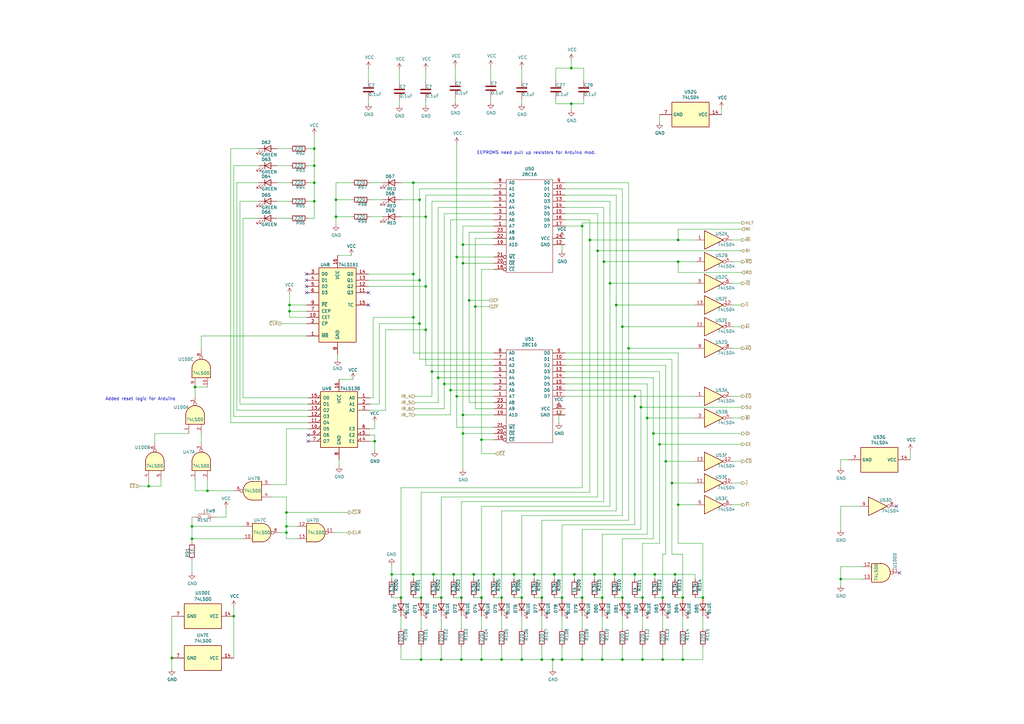
<source format=kicad_sch>
(kicad_sch (version 20230121) (generator eeschema)
  (paper "A3")
  (junction (at 118.745 127.635))
  (junction (at 172.72 245.11))
  (junction (at 189.865 100.33))
  (junction (at 270.51 182.245))
  (junction (at 234.315 27.94))
  (junction (at 247.015 270.51))
  (junction (at 205.74 245.11))
  (junction (at 174.625 117.475))
  (junction (at 192.405 123.19))
  (junction (at 268.605 235.585))
  (junction (at 70.485 269.875))
  (junction (at 276.86 235.585))
  (junction (at 85.09 201.295))
  (junction (at 278.13 107.315))
  (junction (at 172.72 270.51))
  (junction (at 117.475 210.185))
  (junction (at 187.325 105.41))
  (junction (at 230.505 245.11))
  (junction (at 247.015 245.11))
  (junction (at 80.01 158.75))
  (junction (at 230.505 270.51))
  (junction (at 260.35 235.585))
  (junction (at 128.905 60.96))
  (junction (at 184.785 160.02))
  (junction (at 344.805 237.49))
  (junction (at 189.23 245.11))
  (junction (at 263.525 270.51))
  (junction (at 194.31 235.585))
  (junction (at 194.945 125.73))
  (junction (at 235.585 235.585))
  (junction (at 257.81 142.875))
  (junction (at 197.485 180.34))
  (junction (at 169.545 235.585))
  (junction (at 169.545 74.93))
  (junction (at 169.545 112.395))
  (junction (at 278.13 207.01))
  (junction (at 177.165 152.4))
  (junction (at 78.74 220.98))
  (junction (at 222.25 270.51))
  (junction (at 197.485 245.11))
  (junction (at 160.655 235.585))
  (junction (at 252.095 235.585))
  (junction (at 172.085 132.715))
  (junction (at 288.29 245.11))
  (junction (at 219.075 235.585))
  (junction (at 118.745 125.095))
  (junction (at 262.89 167.005))
  (junction (at 60.96 199.39))
  (junction (at 275.59 198.12))
  (junction (at 263.525 245.11))
  (junction (at 260.35 162.56))
  (junction (at 210.82 235.585))
  (junction (at 271.78 270.51))
  (junction (at 202.565 235.585))
  (junction (at 128.905 82.55))
  (junction (at 265.43 171.45))
  (junction (at 117.475 215.9))
  (junction (at 247.65 107.315))
  (junction (at 189.23 270.51))
  (junction (at 252.73 125.095))
  (junction (at 226.695 270.51))
  (junction (at 243.84 235.585))
  (junction (at 227.33 235.585))
  (junction (at 169.545 130.175))
  (junction (at 278.13 98.425))
  (junction (at 174.625 88.9))
  (junction (at 128.905 74.93))
  (junction (at 280.035 245.11))
  (junction (at 213.995 245.11))
  (junction (at 241.935 98.425))
  (junction (at 255.27 245.11))
  (junction (at 78.74 215.9))
  (junction (at 128.905 67.945))
  (junction (at 187.325 162.56))
  (junction (at 137.795 88.9))
  (junction (at 174.625 135.255))
  (junction (at 238.76 270.51))
  (junction (at 177.8 235.585))
  (junction (at 245.11 102.87))
  (junction (at 255.27 270.51))
  (junction (at 238.76 245.11))
  (junction (at 255.27 133.985))
  (junction (at 179.705 154.94))
  (junction (at 273.05 189.23))
  (junction (at 197.485 270.51))
  (junction (at 189.865 107.95))
  (junction (at 250.19 116.205))
  (junction (at 186.055 235.585))
  (junction (at 180.975 245.11))
  (junction (at 238.76 92.71))
  (junction (at 189.865 170.18))
  (junction (at 234.315 42.545))
  (junction (at 153.67 180.975))
  (junction (at 213.995 270.51))
  (junction (at 172.085 81.915))
  (junction (at 182.245 157.48))
  (junction (at 267.97 177.8))
  (junction (at 271.78 245.11))
  (junction (at 164.465 245.11))
  (junction (at 95.885 252.73))
  (junction (at 205.74 270.51))
  (junction (at 222.25 245.11))
  (junction (at 180.975 270.51))
  (junction (at 137.795 81.915))
  (junction (at 172.085 114.935))
  (junction (at 189.865 177.8))
  (junction (at 280.035 270.51))
  (junction (at 117.475 218.44))
  (no_connect (at 367.665 207.645))
  (no_connect (at 125.73 114.935))
  (no_connect (at 126.365 180.975))
  (no_connect (at 125.73 120.015))
  (no_connect (at 125.73 112.395))
  (no_connect (at 126.365 178.435))
  (no_connect (at 151.13 125.095))
  (no_connect (at 151.13 120.015))
  (no_connect (at 125.73 117.475))
  (no_connect (at 368.935 234.95))
  (wire (pts (xy 95.885 252.73) (xy 95.885 269.875)))
  (wire (pts (xy 243.84 235.585) (xy 235.585 235.585)))
  (wire (pts (xy 202.565 92.71) (xy 189.865 92.71)))
  (wire (pts (xy 202.565 110.49) (xy 197.485 110.49)))
  (wire (pts (xy 230.505 270.51) (xy 226.695 270.51)))
  (wire (pts (xy 194.31 245.11) (xy 197.485 245.11)))
  (wire (pts (xy 186.69 40.005) (xy 186.69 41.91)))
  (wire (pts (xy 230.505 270.51) (xy 238.76 270.51)))
  (wire (pts (xy 186.055 237.49) (xy 186.055 235.585)))
  (wire (pts (xy 70.485 252.73) (xy 70.485 269.875)))
  (wire (pts (xy 197.485 265.43) (xy 197.485 270.51)))
  (wire (pts (xy 247.015 219.075) (xy 265.43 219.075)))
  (wire (pts (xy 118.745 130.175) (xy 125.73 130.175)))
  (wire (pts (xy 117.475 210.185) (xy 142.875 210.185)))
  (wire (pts (xy 137.795 88.9) (xy 137.795 81.915)))
  (wire (pts (xy 179.705 165.1) (xy 170.18 165.1)))
  (wire (pts (xy 252.73 125.095) (xy 252.73 209.55)))
  (wire (pts (xy 63.5 181.61) (xy 63.5 177.8)))
  (wire (pts (xy 118.745 125.095) (xy 118.745 127.635)))
  (wire (pts (xy 202.565 237.49) (xy 202.565 235.585)))
  (wire (pts (xy 106.045 89.535) (xy 99.695 89.535)))
  (wire (pts (xy 202.565 107.95) (xy 189.865 107.95)))
  (wire (pts (xy 160.655 245.11) (xy 164.465 245.11)))
  (wire (pts (xy 222.25 213.36) (xy 222.25 245.11)))
  (wire (pts (xy 202.565 170.18) (xy 189.865 170.18)))
  (wire (pts (xy 255.27 265.43) (xy 255.27 270.51)))
  (wire (pts (xy 285.115 237.49) (xy 285.115 235.585)))
  (wire (pts (xy 137.795 88.9) (xy 137.795 92.075)))
  (wire (pts (xy 267.97 177.8) (xy 304.165 177.8)))
  (wire (pts (xy 288.29 252.73) (xy 288.29 257.81)))
  (wire (pts (xy 164.465 245.11) (xy 164.465 200.025)))
  (wire (pts (xy 278.13 207.01) (xy 278.13 222.885)))
  (wire (pts (xy 288.29 270.51) (xy 288.29 265.43)))
  (wire (pts (xy 189.865 92.71) (xy 189.865 100.33)))
  (wire (pts (xy 285.115 198.12) (xy 275.59 198.12)))
  (wire (pts (xy 117.475 215.9) (xy 121.92 215.9)))
  (wire (pts (xy 344.805 237.49) (xy 344.805 240.03)))
  (wire (pts (xy 238.76 92.71) (xy 238.76 200.025)))
  (wire (pts (xy 280.035 252.73) (xy 280.035 257.81)))
  (wire (pts (xy 174.625 88.9) (xy 174.625 80.01)))
  (wire (pts (xy 202.565 74.93) (xy 169.545 74.93)))
  (wire (pts (xy 230.505 245.11) (xy 230.505 215.265)))
  (wire (pts (xy 247.65 205.74) (xy 189.23 205.74)))
  (wire (pts (xy 85.09 201.295) (xy 85.09 196.85)))
  (wire (pts (xy 126.365 170.815) (xy 95.885 170.815)))
  (wire (pts (xy 270.51 46.99) (xy 270.51 50.165)))
  (wire (pts (xy 280.035 245.11) (xy 280.035 227.33)))
  (wire (pts (xy 213.995 265.43) (xy 213.995 270.51)))
  (wire (pts (xy 243.84 245.11) (xy 247.015 245.11)))
  (wire (pts (xy 172.085 77.47) (xy 172.085 81.915)))
  (wire (pts (xy 226.695 270.51) (xy 226.695 274.32)))
  (wire (pts (xy 227.33 235.585) (xy 219.075 235.585)))
  (wire (pts (xy 222.25 270.51) (xy 222.25 265.43)))
  (wire (pts (xy 63.5 177.8) (xy 77.47 177.8)))
  (wire (pts (xy 117.475 220.98) (xy 117.475 218.44)))
  (wire (pts (xy 153.67 180.975) (xy 151.765 180.975)))
  (wire (pts (xy 125.73 125.095) (xy 118.745 125.095)))
  (wire (pts (xy 106.045 74.93) (xy 97.155 74.93)))
  (wire (pts (xy 80.01 196.85) (xy 80.01 201.295)))
  (wire (pts (xy 160.655 235.585) (xy 160.655 237.49)))
  (wire (pts (xy 347.98 188.595) (xy 344.805 188.595)))
  (wire (pts (xy 121.92 220.98) (xy 117.475 220.98)))
  (wire (pts (xy 153.035 163.195) (xy 153.035 130.175)))
  (wire (pts (xy 172.085 81.915) (xy 172.085 114.935)))
  (wire (pts (xy 205.74 270.51) (xy 213.995 270.51)))
  (wire (pts (xy 126.365 175.895) (xy 117.475 175.895)))
  (wire (pts (xy 219.075 235.585) (xy 210.82 235.585)))
  (wire (pts (xy 202.565 95.25) (xy 192.405 95.25)))
  (wire (pts (xy 182.245 167.64) (xy 170.18 167.64)))
  (wire (pts (xy 95.885 67.945) (xy 106.045 67.945)))
  (wire (pts (xy 82.55 137.795) (xy 125.73 137.795)))
  (wire (pts (xy 227.965 42.545) (xy 234.315 42.545)))
  (wire (pts (xy 227.965 33.02) (xy 227.965 27.94)))
  (wire (pts (xy 219.075 245.11) (xy 222.25 245.11)))
  (wire (pts (xy 255.27 77.47) (xy 255.27 133.985)))
  (wire (pts (xy 270.51 222.885) (xy 270.51 182.245)))
  (wire (pts (xy 169.545 112.395) (xy 169.545 130.175)))
  (wire (pts (xy 174.625 33.655) (xy 174.625 28.575)))
  (wire (pts (xy 300.355 133.985) (xy 304.165 133.985)))
  (wire (pts (xy 257.81 213.36) (xy 222.25 213.36)))
  (wire (pts (xy 151.13 33.02) (xy 151.13 27.94)))
  (wire (pts (xy 250.19 82.55) (xy 231.775 82.55)))
  (wire (pts (xy 187.325 105.41) (xy 187.325 59.055)))
  (wire (pts (xy 194.945 125.73) (xy 194.945 97.79)))
  (wire (pts (xy 300.355 171.45) (xy 304.165 171.45)))
  (wire (pts (xy 184.785 90.17) (xy 202.565 90.17)))
  (wire (pts (xy 118.745 67.945) (xy 113.665 67.945)))
  (wire (pts (xy 151.13 117.475) (xy 174.625 117.475)))
  (wire (pts (xy 187.325 162.56) (xy 187.325 175.26)))
  (wire (pts (xy 300.355 142.875) (xy 304.165 142.875)))
  (wire (pts (xy 202.565 245.11) (xy 205.74 245.11)))
  (wire (pts (xy 260.35 162.56) (xy 231.775 162.56)))
  (wire (pts (xy 202.565 105.41) (xy 187.325 105.41)))
  (wire (pts (xy 260.35 162.56) (xy 285.115 162.56)))
  (wire (pts (xy 177.165 152.4) (xy 202.565 152.4)))
  (wire (pts (xy 179.705 85.09) (xy 202.565 85.09)))
  (wire (pts (xy 169.545 245.11) (xy 172.72 245.11)))
  (wire (pts (xy 189.23 270.51) (xy 197.485 270.51)))
  (wire (pts (xy 164.465 270.51) (xy 172.72 270.51)))
  (wire (pts (xy 164.465 200.025) (xy 238.76 200.025)))
  (wire (pts (xy 151.765 178.435) (xy 153.67 178.435)))
  (wire (pts (xy 263.525 245.11) (xy 263.525 222.885)))
  (wire (pts (xy 137.795 81.915) (xy 137.795 74.93)))
  (wire (pts (xy 265.43 171.45) (xy 265.43 157.48)))
  (wire (pts (xy 172.72 270.51) (xy 180.975 270.51)))
  (wire (pts (xy 174.625 117.475) (xy 174.625 88.9)))
  (wire (pts (xy 229.235 167.64) (xy 231.775 167.64)))
  (wire (pts (xy 177.165 152.4) (xy 177.165 162.56)))
  (wire (pts (xy 125.73 132.715) (xy 115.57 132.715)))
  (wire (pts (xy 118.745 60.96) (xy 113.665 60.96)))
  (wire (pts (xy 85.09 201.295) (xy 95.885 201.295)))
  (wire (pts (xy 128.905 82.55) (xy 128.905 74.93)))
  (wire (pts (xy 95.885 170.815) (xy 95.885 67.945)))
  (wire (pts (xy 213.995 33.02) (xy 213.995 27.94)))
  (wire (pts (xy 187.325 175.26) (xy 202.565 175.26)))
  (wire (pts (xy 177.165 82.55) (xy 177.165 152.4)))
  (wire (pts (xy 231.775 74.93) (xy 257.81 74.93)))
  (wire (pts (xy 239.395 42.545) (xy 239.395 40.64)))
  (wire (pts (xy 250.19 116.205) (xy 250.19 207.645)))
  (wire (pts (xy 238.76 91.44) (xy 238.76 92.71)))
  (wire (pts (xy 180.975 245.11) (xy 180.975 203.835)))
  (wire (pts (xy 197.485 252.73) (xy 197.485 257.81)))
  (wire (pts (xy 238.76 91.44) (xy 304.165 91.44)))
  (wire (pts (xy 252.73 209.55) (xy 205.74 209.55)))
  (wire (pts (xy 257.81 74.93) (xy 257.81 142.875)))
  (wire (pts (xy 280.035 265.43) (xy 280.035 270.51)))
  (wire (pts (xy 344.805 232.41) (xy 344.805 237.49)))
  (wire (pts (xy 78.74 212.09) (xy 78.74 215.9)))
  (wire (pts (xy 192.405 123.19) (xy 192.405 165.1)))
  (wire (pts (xy 205.74 265.43) (xy 205.74 270.51)))
  (wire (pts (xy 270.51 182.245) (xy 304.165 182.245)))
  (wire (pts (xy 118.745 125.095) (xy 118.745 120.65)))
  (wire (pts (xy 227.33 237.49) (xy 227.33 235.585)))
  (wire (pts (xy 278.13 98.425) (xy 285.115 98.425)))
  (wire (pts (xy 60.96 199.39) (xy 66.04 199.39)))
  (wire (pts (xy 235.585 237.49) (xy 235.585 235.585)))
  (wire (pts (xy 304.165 111.76) (xy 278.13 111.76)))
  (wire (pts (xy 300.355 125.095) (xy 304.165 125.095)))
  (wire (pts (xy 247.015 252.73) (xy 247.015 257.81)))
  (wire (pts (xy 172.085 147.32) (xy 202.565 147.32)))
  (wire (pts (xy 230.505 265.43) (xy 230.505 270.51)))
  (wire (pts (xy 295.91 44.45) (xy 295.91 46.99)))
  (wire (pts (xy 238.76 270.51) (xy 247.015 270.51)))
  (wire (pts (xy 202.565 160.02) (xy 184.785 160.02)))
  (wire (pts (xy 95.885 252.73) (xy 95.885 248.92)))
  (wire (pts (xy 260.35 245.11) (xy 263.525 245.11)))
  (wire (pts (xy 179.705 154.94) (xy 179.705 85.09)))
  (wire (pts (xy 276.86 235.585) (xy 268.605 235.585)))
  (wire (pts (xy 280.035 270.51) (xy 288.29 270.51)))
  (wire (pts (xy 245.11 87.63) (xy 231.775 87.63)))
  (wire (pts (xy 263.525 265.43) (xy 263.525 270.51)))
  (wire (pts (xy 268.605 245.11) (xy 271.78 245.11)))
  (wire (pts (xy 202.565 162.56) (xy 187.325 162.56)))
  (wire (pts (xy 252.095 235.585) (xy 243.84 235.585)))
  (wire (pts (xy 203.2 186.055) (xy 197.485 186.055)))
  (wire (pts (xy 160.655 231.775) (xy 160.655 235.585)))
  (wire (pts (xy 153.67 175.895) (xy 151.765 175.895)))
  (wire (pts (xy 117.475 175.895) (xy 117.475 198.755)))
  (wire (pts (xy 57.15 199.39) (xy 60.96 199.39)))
  (wire (pts (xy 271.78 245.11) (xy 271.78 227.33)))
  (wire (pts (xy 241.935 98.425) (xy 241.935 201.93)))
  (wire (pts (xy 138.43 145.415) (xy 138.43 147.32)))
  (wire (pts (xy 210.82 245.11) (xy 213.995 245.11)))
  (wire (pts (xy 172.72 252.73) (xy 172.72 257.81)))
  (wire (pts (xy 285.115 171.45) (xy 265.43 171.45)))
  (wire (pts (xy 197.485 207.645) (xy 250.19 207.645)))
  (wire (pts (xy 270.51 152.4) (xy 231.775 152.4)))
  (wire (pts (xy 174.625 80.01) (xy 202.565 80.01)))
  (wire (pts (xy 94.615 173.355) (xy 126.365 173.355)))
  (wire (pts (xy 276.86 237.49) (xy 276.86 235.585)))
  (wire (pts (xy 300.355 207.01) (xy 304.165 207.01)))
  (wire (pts (xy 250.19 82.55) (xy 250.19 116.205)))
  (wire (pts (xy 238.76 245.11) (xy 238.76 217.17)))
  (wire (pts (xy 80.01 158.75) (xy 85.09 158.75)))
  (wire (pts (xy 271.78 227.33) (xy 273.05 227.33)))
  (wire (pts (xy 128.905 60.96) (xy 128.905 55.245)))
  (wire (pts (xy 172.085 114.935) (xy 172.085 132.715)))
  (wire (pts (xy 163.83 33.655) (xy 163.83 28.575)))
  (wire (pts (xy 247.65 85.09) (xy 247.65 107.315)))
  (wire (pts (xy 252.095 245.11) (xy 255.27 245.11)))
  (wire (pts (xy 255.27 77.47) (xy 231.775 77.47)))
  (wire (pts (xy 267.97 177.8) (xy 267.97 220.98)))
  (wire (pts (xy 139.065 188.595) (xy 139.065 191.135)))
  (wire (pts (xy 275.59 227.33) (xy 275.59 198.12)))
  (wire (pts (xy 197.485 270.51) (xy 205.74 270.51)))
  (wire (pts (xy 186.055 245.11) (xy 189.23 245.11)))
  (wire (pts (xy 239.395 27.94) (xy 234.315 27.94)))
  (wire (pts (xy 243.84 235.585) (xy 243.84 237.49)))
  (wire (pts (xy 202.565 167.64) (xy 194.945 167.64)))
  (wire (pts (xy 151.765 163.195) (xy 153.035 163.195)))
  (wire (pts (xy 255.27 252.73) (xy 255.27 257.81)))
  (wire (pts (xy 98.425 165.735) (xy 98.425 82.55)))
  (wire (pts (xy 202.565 82.55) (xy 177.165 82.55)))
  (wire (pts (xy 60.96 199.39) (xy 60.96 196.85)))
  (wire (pts (xy 169.545 144.78) (xy 202.565 144.78)))
  (wire (pts (xy 144.145 88.9) (xy 137.795 88.9)))
  (wire (pts (xy 202.565 235.585) (xy 194.31 235.585)))
  (wire (pts (xy 98.425 82.55) (xy 106.045 82.55)))
  (wire (pts (xy 344.805 207.645) (xy 344.805 217.17)))
  (wire (pts (xy 285.115 189.23) (xy 273.05 189.23)))
  (wire (pts (xy 235.585 235.585) (xy 227.33 235.585)))
  (wire (pts (xy 300.355 116.205) (xy 304.165 116.205)))
  (wire (pts (xy 186.69 32.385) (xy 186.69 27.305)))
  (wire (pts (xy 231.775 100.33) (xy 230.505 100.33)))
  (wire (pts (xy 300.355 162.56) (xy 304.165 162.56)))
  (wire (pts (xy 241.935 201.93) (xy 172.72 201.93)))
  (wire (pts (xy 99.695 89.535) (xy 99.695 163.195)))
  (wire (pts (xy 344.805 237.49) (xy 353.695 237.49)))
  (wire (pts (xy 227.33 245.11) (xy 230.505 245.11)))
  (wire (pts (xy 118.745 74.93) (xy 113.665 74.93)))
  (wire (pts (xy 239.395 33.02) (xy 239.395 27.94)))
  (wire (pts (xy 227.965 27.94) (xy 234.315 27.94)))
  (wire (pts (xy 126.365 82.55) (xy 128.905 82.55)))
  (wire (pts (xy 241.935 98.425) (xy 278.13 98.425)))
  (wire (pts (xy 174.625 149.86) (xy 174.625 135.255)))
  (wire (pts (xy 169.545 235.585) (xy 160.655 235.585)))
  (wire (pts (xy 97.155 168.275) (xy 126.365 168.275)))
  (wire (pts (xy 97.155 74.93) (xy 97.155 168.275)))
  (wire (pts (xy 222.25 252.73) (xy 222.25 257.81)))
  (wire (pts (xy 153.67 180.975) (xy 153.67 184.785)))
  (wire (pts (xy 164.465 252.73) (xy 164.465 257.81)))
  (wire (pts (xy 174.625 135.255) (xy 174.625 117.475)))
  (wire (pts (xy 151.13 114.935) (xy 172.085 114.935)))
  (wire (pts (xy 271.78 252.73) (xy 271.78 257.81)))
  (wire (pts (xy 172.085 132.715) (xy 172.085 147.32)))
  (wire (pts (xy 262.89 167.005) (xy 262.89 217.17)))
  (wire (pts (xy 155.575 132.715) (xy 172.085 132.715)))
  (wire (pts (xy 268.605 235.585) (xy 260.35 235.585)))
  (wire (pts (xy 278.13 107.315) (xy 247.65 107.315)))
  (wire (pts (xy 213.995 252.73) (xy 213.995 257.81)))
  (wire (pts (xy 194.31 235.585) (xy 186.055 235.585)))
  (wire (pts (xy 205.74 209.55) (xy 205.74 245.11)))
  (wire (pts (xy 144.145 81.915) (xy 137.795 81.915)))
  (wire (pts (xy 180.975 265.43) (xy 180.975 270.51)))
  (wire (pts (xy 189.865 177.8) (xy 189.865 192.405)))
  (wire (pts (xy 99.695 163.195) (xy 126.365 163.195)))
  (wire (pts (xy 288.29 222.885) (xy 288.29 245.11)))
  (wire (pts (xy 300.355 98.425) (xy 304.165 98.425)))
  (wire (pts (xy 80.01 158.75) (xy 80.01 162.56)))
  (wire (pts (xy 88.9 212.09) (xy 92.71 212.09)))
  (wire (pts (xy 128.905 67.945) (xy 128.905 60.96)))
  (wire (pts (xy 278.13 93.98) (xy 278.13 98.425)))
  (wire (pts (xy 118.745 127.635) (xy 118.745 130.175)))
  (wire (pts (xy 169.545 74.93) (xy 169.545 112.395)))
  (wire (pts (xy 164.465 265.43) (xy 164.465 270.51)))
  (wire (pts (xy 271.78 270.51) (xy 280.035 270.51)))
  (wire (pts (xy 78.74 220.98) (xy 78.74 222.25)))
  (wire (pts (xy 231.775 90.17) (xy 241.935 90.17)))
  (wire (pts (xy 229.235 170.18) (xy 229.235 173.355)))
  (wire (pts (xy 278.13 222.885) (xy 288.29 222.885)))
  (wire (pts (xy 172.72 265.43) (xy 172.72 270.51)))
  (wire (pts (xy 227.965 40.64) (xy 227.965 42.545)))
  (wire (pts (xy 252.095 237.49) (xy 252.095 235.585)))
  (wire (pts (xy 137.795 74.93) (xy 144.145 74.93)))
  (wire (pts (xy 213.995 40.64) (xy 213.995 42.545)))
  (wire (pts (xy 278.13 107.315) (xy 278.13 111.76)))
  (wire (pts (xy 262.89 160.02) (xy 231.775 160.02)))
  (wire (pts (xy 202.565 154.94) (xy 179.705 154.94)))
  (wire (pts (xy 117.475 215.9) (xy 117.475 210.185)))
  (wire (pts (xy 186.055 235.585) (xy 177.8 235.585)))
  (wire (pts (xy 194.945 125.73) (xy 200.66 125.73)))
  (wire (pts (xy 373.38 184.785) (xy 373.38 188.595)))
  (wire (pts (xy 164.465 81.915) (xy 172.085 81.915)))
  (wire (pts (xy 126.365 74.93) (xy 128.905 74.93)))
  (wire (pts (xy 184.785 170.18) (xy 170.18 170.18)))
  (wire (pts (xy 260.35 237.49) (xy 260.35 235.585)))
  (wire (pts (xy 304.165 102.87) (xy 245.11 102.87)))
  (wire (pts (xy 197.485 180.34) (xy 202.565 180.34)))
  (wire (pts (xy 285.115 116.205) (xy 250.19 116.205)))
  (wire (pts (xy 278.13 144.78) (xy 278.13 207.01)))
  (wire (pts (xy 247.015 270.51) (xy 255.27 270.51)))
  (wire (pts (xy 273.05 149.86) (xy 231.775 149.86)))
  (wire (pts (xy 234.315 45.085) (xy 234.315 42.545)))
  (wire (pts (xy 238.76 217.17) (xy 262.89 217.17)))
  (wire (pts (xy 260.35 215.265) (xy 260.35 162.56)))
  (wire (pts (xy 189.865 170.18) (xy 189.865 177.8)))
  (wire (pts (xy 184.785 160.02) (xy 184.785 90.17)))
  (wire (pts (xy 189.865 107.95) (xy 189.865 170.18)))
  (wire (pts (xy 182.245 157.48) (xy 182.245 167.64)))
  (wire (pts (xy 66.04 196.85) (xy 66.04 199.39)))
  (wire (pts (xy 125.73 127.635) (xy 118.745 127.635)))
  (wire (pts (xy 213.995 270.51) (xy 222.25 270.51)))
  (wire (pts (xy 197.485 245.11) (xy 197.485 207.645)))
  (wire (pts (xy 285.115 142.875) (xy 257.81 142.875)))
  (wire (pts (xy 202.565 177.8) (xy 189.865 177.8)))
  (wire (pts (xy 285.115 245.11) (xy 288.29 245.11)))
  (wire (pts (xy 153.67 178.435) (xy 153.67 180.975)))
  (wire (pts (xy 163.83 41.275) (xy 163.83 43.18)))
  (wire (pts (xy 238.76 252.73) (xy 238.76 257.81)))
  (wire (pts (xy 174.625 41.275) (xy 174.625 43.18)))
  (wire (pts (xy 263.525 252.73) (xy 263.525 257.81)))
  (wire (pts (xy 180.975 270.51) (xy 189.23 270.51)))
  (wire (pts (xy 82.55 177.8) (xy 82.55 181.61)))
  (wire (pts (xy 194.945 167.64) (xy 194.945 125.73)))
  (wire (pts (xy 139.065 155.575) (xy 144.78 155.575)))
  (wire (pts (xy 252.73 80.01) (xy 252.73 125.095)))
  (wire (pts (xy 128.905 74.93) (xy 128.905 67.945)))
  (wire (pts (xy 197.485 180.34) (xy 197.485 186.055)))
  (wire (pts (xy 182.245 157.48) (xy 202.565 157.48)))
  (wire (pts (xy 92.71 212.09) (xy 92.71 208.28)))
  (wire (pts (xy 151.13 112.395) (xy 169.545 112.395)))
  (wire (pts (xy 179.705 154.94) (xy 179.705 165.1)))
  (wire (pts (xy 267.97 220.98) (xy 255.27 220.98)))
  (wire (pts (xy 238.76 265.43) (xy 238.76 270.51)))
  (wire (pts (xy 247.015 245.11) (xy 247.015 219.075)))
  (wire (pts (xy 213.995 245.11) (xy 213.995 211.455)))
  (wire (pts (xy 126.365 165.735) (xy 98.425 165.735)))
  (wire (pts (xy 158.115 135.255) (xy 174.625 135.255)))
  (wire (pts (xy 151.765 165.735) (xy 155.575 165.735)))
  (wire (pts (xy 117.475 210.185) (xy 117.475 203.835)))
  (wire (pts (xy 182.245 87.63) (xy 182.245 157.48)))
  (wire (pts (xy 300.355 107.315) (xy 304.165 107.315)))
  (wire (pts (xy 270.51 182.245) (xy 270.51 152.4)))
  (wire (pts (xy 285.115 235.585) (xy 276.86 235.585)))
  (wire (pts (xy 169.545 74.93) (xy 164.465 74.93)))
  (wire (pts (xy 106.045 60.96) (xy 94.615 60.96)))
  (wire (pts (xy 126.365 89.535) (xy 128.905 89.535)))
  (wire (pts (xy 241.935 90.17) (xy 241.935 98.425)))
  (wire (pts (xy 285.115 207.01) (xy 278.13 207.01)))
  (wire (pts (xy 280.035 227.33) (xy 275.59 227.33)))
  (wire (pts (xy 344.805 207.645) (xy 352.425 207.645)))
  (wire (pts (xy 197.485 110.49) (xy 197.485 180.34)))
  (wire (pts (xy 231.775 154.94) (xy 267.97 154.94)))
  (wire (pts (xy 153.67 173.355) (xy 153.67 175.895)))
  (wire (pts (xy 268.605 237.49) (xy 268.605 235.585)))
  (wire (pts (xy 210.82 237.49) (xy 210.82 235.585)))
  (wire (pts (xy 169.545 130.175) (xy 169.545 144.78)))
  (wire (pts (xy 169.545 237.49) (xy 169.545 235.585)))
  (wire (pts (xy 202.565 149.86) (xy 174.625 149.86)))
  (wire (pts (xy 78.74 215.9) (xy 78.74 220.98)))
  (wire (pts (xy 265.43 157.48) (xy 231.775 157.48)))
  (wire (pts (xy 230.505 100.33) (xy 230.505 102.87)))
  (wire (pts (xy 245.11 87.63) (xy 245.11 102.87)))
  (wire (pts (xy 189.865 100.33) (xy 189.865 107.95)))
  (wire (pts (xy 180.975 203.835) (xy 245.11 203.835)))
  (wire (pts (xy 245.11 102.87) (xy 245.11 203.835)))
  (wire (pts (xy 156.845 81.915) (xy 151.765 81.915)))
  (wire (pts (xy 344.805 188.595) (xy 344.805 191.77)))
  (wire (pts (xy 260.35 235.585) (xy 252.095 235.585)))
  (wire (pts (xy 153.035 130.175) (xy 169.545 130.175)))
  (wire (pts (xy 234.315 42.545) (xy 239.395 42.545)))
  (wire (pts (xy 263.525 222.885) (xy 270.51 222.885)))
  (wire (pts (xy 189.23 252.73) (xy 189.23 257.81)))
  (wire (pts (xy 265.43 219.075) (xy 265.43 171.45)))
  (wire (pts (xy 238.76 92.71) (xy 231.775 92.71)))
  (wire (pts (xy 117.475 198.755) (xy 111.125 198.755)))
  (wire (pts (xy 184.785 160.02) (xy 184.785 170.18)))
  (wire (pts (xy 231.775 170.18) (xy 229.235 170.18)))
  (wire (pts (xy 192.405 123.19) (xy 200.66 123.19)))
  (wire (pts (xy 304.165 167.005) (xy 262.89 167.005)))
  (wire (pts (xy 118.745 89.535) (xy 113.665 89.535)))
  (wire (pts (xy 255.27 220.98) (xy 255.27 245.11)))
  (wire (pts (xy 189.23 205.74) (xy 189.23 245.11)))
  (wire (pts (xy 187.325 105.41) (xy 187.325 162.56)))
  (wire (pts (xy 231.775 80.01) (xy 252.73 80.01)))
  (wire (pts (xy 202.565 100.33) (xy 189.865 100.33)))
  (wire (pts (xy 128.905 60.96) (xy 126.365 60.96)))
  (wire (pts (xy 273.05 189.23) (xy 273.05 149.86)))
  (wire (pts (xy 273.05 227.33) (xy 273.05 189.23)))
  (wire (pts (xy 177.8 245.11) (xy 180.975 245.11)))
  (wire (pts (xy 117.475 218.44) (xy 117.475 215.9)))
  (wire (pts (xy 155.575 165.735) (xy 155.575 132.715)))
  (wire (pts (xy 230.505 215.265) (xy 260.35 215.265)))
  (wire (pts (xy 201.295 32.385) (xy 201.295 27.305)))
  (wire (pts (xy 180.975 252.73) (xy 180.975 257.81)))
  (wire (pts (xy 194.945 97.79) (xy 202.565 97.79)))
  (wire (pts (xy 158.115 168.275) (xy 158.115 135.255)))
  (wire (pts (xy 285.115 133.985) (xy 255.27 133.985)))
  (wire (pts (xy 114.935 218.44) (xy 117.475 218.44)))
  (wire (pts (xy 82.55 137.795) (xy 82.55 143.51)))
  (wire (pts (xy 138.43 104.775) (xy 144.145 104.775)))
  (wire (pts (xy 353.695 232.41) (xy 344.805 232.41)))
  (wire (pts (xy 235.585 245.11) (xy 238.76 245.11)))
  (wire (pts (xy 177.165 162.56) (xy 170.18 162.56)))
  (wire (pts (xy 231.775 85.09) (xy 247.65 85.09)))
  (wire (pts (xy 267.97 154.94) (xy 267.97 177.8)))
  (wire (pts (xy 202.565 87.63) (xy 182.245 87.63)))
  (wire (pts (xy 164.465 88.9) (xy 174.625 88.9)))
  (wire (pts (xy 213.995 211.455) (xy 255.27 211.455)))
  (wire (pts (xy 78.74 215.9) (xy 99.695 215.9)))
  (wire (pts (xy 219.075 237.49) (xy 219.075 235.585)))
  (wire (pts (xy 156.845 88.9) (xy 151.765 88.9)))
  (wire (pts (xy 137.16 218.44) (xy 142.875 218.44)))
  (wire (pts (xy 189.23 265.43) (xy 189.23 270.51)))
  (wire (pts (xy 151.765 168.275) (xy 158.115 168.275)))
  (wire (pts (xy 151.13 40.64) (xy 151.13 42.545)))
  (wire (pts (xy 231.775 144.78) (xy 278.13 144.78)))
  (wire (pts (xy 255.27 133.985) (xy 255.27 211.455)))
  (wire (pts (xy 118.745 82.55) (xy 113.665 82.55)))
  (wire (pts (xy 247.65 107.315) (xy 247.65 205.74)))
  (wire (pts (xy 300.355 198.12) (xy 304.165 198.12)))
  (wire (pts (xy 234.315 24.765) (xy 234.315 27.94)))
  (wire (pts (xy 226.695 270.51) (xy 222.25 270.51)))
  (wire (pts (xy 255.27 270.51) (xy 263.525 270.51)))
  (wire (pts (xy 202.565 77.47) (xy 172.085 77.47)))
  (wire (pts (xy 194.31 237.49) (xy 194.31 235.585)))
  (wire (pts (xy 94.615 60.96) (xy 94.615 173.355)))
  (wire (pts (xy 210.82 235.585) (xy 202.565 235.585)))
  (wire (pts (xy 247.015 265.43) (xy 247.015 270.51)))
  (wire (pts (xy 192.405 95.25) (xy 192.405 123.19)))
  (wire (pts (xy 271.78 265.43) (xy 271.78 270.51)))
  (wire (pts (xy 117.475 203.835) (xy 111.125 203.835)))
  (wire (pts (xy 177.8 235.585) (xy 169.545 235.585)))
  (wire (pts (xy 275.59 198.12) (xy 275.59 147.32)))
  (wire (pts (xy 156.845 74.93) (xy 151.765 74.93)))
  (wire (pts (xy 128.905 89.535) (xy 128.905 82.55)))
  (wire (pts (xy 192.405 165.1) (xy 202.565 165.1)))
  (wire (pts (xy 70.485 269.875) (xy 70.485 274.32)))
  (wire (pts (xy 177.8 237.49) (xy 177.8 235.585)))
  (wire (pts (xy 285.115 125.095) (xy 252.73 125.095)))
  (wire (pts (xy 263.525 270.51) (xy 271.78 270.51)))
  (wire (pts (xy 300.355 189.23) (xy 304.165 189.23)))
  (wire (pts (xy 285.115 107.315) (xy 278.13 107.315)))
  (wire (pts (xy 126.365 67.945) (xy 128.905 67.945)))
  (wire (pts (xy 276.86 245.11) (xy 280.035 245.11)))
  (wire (pts (xy 257.81 142.875) (xy 257.81 213.36)))
  (wire (pts (xy 230.505 252.73) (xy 230.505 257.81)))
  (wire (pts (xy 205.74 252.73) (xy 205.74 257.81)))
  (wire (pts (xy 172.72 201.93) (xy 172.72 245.11)))
  (wire (pts (xy 262.89 160.02) (xy 262.89 167.005)))
  (wire (pts (xy 78.74 220.98) (xy 99.695 220.98)))
  (wire (pts (xy 201.295 40.005) (xy 201.295 41.91)))
  (wire (pts (xy 80.01 201.295) (xy 85.09 201.295)))
  (wire (pts (xy 78.74 229.87) (xy 78.74 234.95)))
  (wire (pts (xy 275.59 147.32) (xy 231.775 147.32)))
  (wire (pts (xy 230.505 97.79) (xy 231.775 97.79)))
  (wire (pts (xy 304.165 93.98) (xy 278.13 93.98)))
  (text "Added reset logic for Arduino " (at 43.18 164.465 0) (effects (font (size 1.27 1.27)) (justify left bottom)))
  (text "EEPROMS need pull up resistors for Arduino mod." (at 195.58 63.5 0) (effects (font (size 1.27 1.27)) (justify left bottom)))
  (hierarchical_label "~{IO}" (shape output) (at 304.165 116.205 0))
  (hierarchical_label "CLR" (shape output) (at 142.875 218.44 0))
  (hierarchical_label "~{EO}" (shape output) (at 304.165 162.56 0))
  (hierarchical_label "~{FI}" (shape output) (at 304.165 207.01 0))
  (hierarchical_label "~{CE}" (shape input) (at 203.2 186.055 0))
  (hierarchical_label "~{BI}" (shape output) (at 304.165 171.45 0))
  (hierarchical_label "SU" (shape output) (at 304.165 167.005 0))
  (hierarchical_label "~{J}" (shape output) (at 304.165 198.12 0))
  (hierarchical_label "~{AO}" (shape output) (at 304.165 142.875 0))
  (hierarchical_label "~{CE}" (shape input) (at 57.15 199.39 180))
  (hierarchical_label "HLT" (shape output) (at 304.165 91.44 0))
  (hierarchical_label "~{AI}" (shape output) (at 304.165 133.985 0))
  (hierarchical_label "~{RO}" (shape output) (at 304.165 107.315 0))
  (hierarchical_label "RO" (shape input) (at 304.165 111.76 0))
  (hierarchical_label "MI" (shape input) (at 304.165 93.98 0))
  (hierarchical_label "RI" (shape bidirectional) (at 304.165 102.87 0))
  (hierarchical_label "~{CLR}" (shape output) (at 142.875 210.185 0))
  (hierarchical_label "~{II}" (shape output) (at 304.165 125.095 0))
  (hierarchical_label "IR_4" (shape input) (at 170.18 162.56 180))
  (hierarchical_label "CF" (shape input) (at 200.66 123.19 0))
  (hierarchical_label "ZF" (shape input) (at 200.66 125.73 0))
  (hierarchical_label "IR_7" (shape input) (at 170.18 170.18 180))
  (hierarchical_label "IR_6" (shape input) (at 170.18 167.64 180))
  (hierarchical_label "CE" (shape output) (at 304.165 182.245 0))
  (hierarchical_label "IR_5" (shape input) (at 170.18 165.1 180))
  (hierarchical_label "OI" (shape output) (at 304.165 177.8 0))
  (hierarchical_label "~{CLK}" (shape input) (at 115.57 132.715 180))
  (hierarchical_label "~{CO}" (shape output) (at 304.165 189.23 0))
  (hierarchical_label "~{MI}" (shape output) (at 304.165 98.425 0))
  (symbol (lib_id "power:VCC") (at 230.505 97.79 0) (unit 1)
    (property "Reference" "#PWR0280" (effects hide))
    (property "Value" "VCC" (at 230.505 93.98 0))
    (instances (project "8 Bit Computer" (path "" (reference "#PWR0280") (unit 1)) (path "" (reference "#PWR?") (unit 1))))
  )
  (symbol (lib_id "power:GND") (at 230.505 102.87 0) (unit 1)
    (property "Reference" "#PWR0281" (effects hide))
    (property "Value" "GND" (at 230.632 107.2642 0))
    (instances (project "8 Bit Computer" (path "" (reference "#PWR0281") (unit 1)) (path "" (reference "#PWR?") (unit 1))))
  )
  (symbol (lib_id "Device:C") (at 213.995 36.83 0) (unit 1)
    (property "Reference" "C?" (at 213.995 34.925 0) (effects (justify left)))
    (property "Value" "0.1uF" (at 213.995 38.735 0) (effects (justify left)))
    (property "Footprint" "Capacitor_THT:C_Disc_D4.3mm_W1.9mm_P5.00mm" (effects hide))
    (instances (project "8 Bit Computer" (path "" (reference "C?") (unit 1)) (path "" (reference "C?") (unit 1)) (path "" (reference "C52") (unit 1))))
  )
  (symbol (lib_id "power:VCC") (at 213.995 27.94 0) (unit 1)
    (property "Reference" "#PWR?" (effects hide))
    (property "Value" "VCC" (at 214.376 23.5458 0))
    (instances (project "8 Bit Computer" (path "" (reference "#PWR?") (unit 1)) (path "" (reference "#PWR?") (unit 1)) (path "" (reference "#PWR0315") (unit 1))))
  )
  (symbol (lib_id "power:GND") (at 213.995 42.545 0) (unit 1)
    (property "Reference" "#PWR?" (effects hide))
    (property "Value" "GND" (at 214.122 46.9392 0))
    (instances (project "8 Bit Computer" (path "" (reference "#PWR?") (unit 1)) (path "" (reference "#PWR?") (unit 1)) (path "" (reference "#PWR0316") (unit 1))))
  )
  (symbol (lib_id "Device:C") (at 201.295 36.195 0) (unit 1)
    (property "Reference" "C?" (at 201.295 34.29 0) (effects (justify left)))
    (property "Value" "0.1uF" (at 201.295 38.1 0) (effects (justify left)))
    (property "Footprint" "Capacitor_THT:C_Disc_D4.3mm_W1.9mm_P5.00mm" (effects hide))
    (instances (project "8 Bit Computer" (path "" (reference "C?") (unit 1)) (path "" (reference "C?") (unit 1)) (path "" (reference "C51") (unit 1))))
  )
  (symbol (lib_id "power:VCC") (at 201.295 27.305 0) (unit 1)
    (property "Reference" "#PWR?" (effects hide))
    (property "Value" "VCC" (at 201.676 22.9108 0))
    (instances (project "8 Bit Computer" (path "" (reference "#PWR?") (unit 1)) (path "" (reference "#PWR?") (unit 1)) (path "" (reference "#PWR0317") (unit 1))))
  )
  (symbol (lib_id "power:GND") (at 201.295 41.91 0) (unit 1)
    (property "Reference" "#PWR?" (effects hide))
    (property "Value" "GND" (at 201.422 46.3042 0))
    (instances (project "8 Bit Computer" (path "" (reference "#PWR?") (unit 1)) (path "" (reference "#PWR?") (unit 1)) (path "" (reference "#PWR0318") (unit 1))))
  )
  (symbol (lib_id "Device:C") (at 186.69 36.195 0) (unit 1)
    (property "Reference" "C?" (at 186.69 34.29 0) (effects (justify left)))
    (property "Value" "0.1uF" (at 186.69 38.1 0) (effects (justify left)))
    (property "Footprint" "Capacitor_THT:C_Disc_D4.3mm_W1.9mm_P5.00mm" (effects hide))
    (instances (project "8 Bit Computer" (path "" (reference "C?") (unit 1)) (path "" (reference "C?") (unit 1)) (path "" (reference "C50") (unit 1))))
  )
  (symbol (lib_id "power:VCC") (at 186.69 27.305 0) (unit 1)
    (property "Reference" "#PWR?" (effects hide))
    (property "Value" "VCC" (at 187.071 22.9108 0))
    (instances (project "8 Bit Computer" (path "" (reference "#PWR?") (unit 1)) (path "" (reference "#PWR?") (unit 1)) (path "" (reference "#PWR0319") (unit 1))))
  )
  (symbol (lib_id "power:GND") (at 186.69 41.91 0) (unit 1)
    (property "Reference" "#PWR?" (effects hide))
    (property "Value" "GND" (at 186.817 46.3042 0))
    (instances (project "8 Bit Computer" (path "" (reference "#PWR?") (unit 1)) (path "" (reference "#PWR?") (unit 1)) (path "" (reference "#PWR0320") (unit 1))))
  )
  (symbol (lib_id "Device:C") (at 174.625 37.465 0) (unit 1)
    (property "Reference" "C?" (at 174.625 35.56 0) (effects (justify left)))
    (property "Value" "0.1uF" (at 174.625 39.37 0) (effects (justify left)))
    (property "Footprint" "Capacitor_THT:C_Disc_D4.3mm_W1.9mm_P5.00mm" (effects hide))
    (instances (project "8 Bit Computer" (path "" (reference "C?") (unit 1)) (path "" (reference "C?") (unit 1)) (path "" (reference "C49") (unit 1))))
  )
  (symbol (lib_id "power:VCC") (at 174.625 28.575 0) (unit 1)
    (property "Reference" "#PWR?" (effects hide))
    (property "Value" "VCC" (at 175.006 24.1808 0))
    (instances (project "8 Bit Computer" (path "" (reference "#PWR?") (unit 1)) (path "" (reference "#PWR?") (unit 1)) (path "" (reference "#PWR0321") (unit 1))))
  )
  (symbol (lib_id "power:GND") (at 174.625 43.18 0) (unit 1)
    (property "Reference" "#PWR?" (effects hide))
    (property "Value" "GND" (at 174.752 47.5742 0))
    (instances (project "8 Bit Computer" (path "" (reference "#PWR?") (unit 1)) (path "" (reference "#PWR?") (unit 1)) (path "" (reference "#PWR0322") (unit 1))))
  )
  (symbol (lib_id "Device:C") (at 163.83 37.465 0) (unit 1)
    (property "Reference" "C?" (at 163.83 35.56 0) (effects (justify left)))
    (property "Value" "0.1uF" (at 163.83 39.37 0) (effects (justify left)))
    (property "Footprint" "Capacitor_THT:C_Disc_D4.3mm_W1.9mm_P5.00mm" (effects hide))
    (instances (project "8 Bit Computer" (path "" (reference "C?") (unit 1)) (path "" (reference "C?") (unit 1)) (path "" (reference "C48") (unit 1))))
  )
  (symbol (lib_id "power:VCC") (at 163.83 28.575 0) (unit 1)
    (property "Reference" "#PWR?" (effects hide))
    (property "Value" "VCC" (at 164.211 24.1808 0))
    (instances (project "8 Bit Computer" (path "" (reference "#PWR?") (unit 1)) (path "" (reference "#PWR?") (unit 1)) (path "" (reference "#PWR0323") (unit 1))))
  )
  (symbol (lib_id "power:GND") (at 163.83 43.18 0) (unit 1)
    (property "Reference" "#PWR?" (effects hide))
    (property "Value" "GND" (at 163.957 47.5742 0))
    (instances (project "8 Bit Computer" (path "" (reference "#PWR?") (unit 1)) (path "" (reference "#PWR?") (unit 1)) (path "" (reference "#PWR0324") (unit 1))))
  )
  (symbol (lib_id "74xx:74LS04") (at 360.68 188.595 270) (unit 7)
    (property "Reference" "U53" (at 360.68 179.2732 90))
    (property "Value" "74LS04" (at 360.68 181.5846 90))
    (property "Footprint" "Package_DIP:DIP-14_W7.62mm_Socket_LongPads" (effects hide))
    (property "Datasheet" "http://www.ti.com/lit/gpn/sn74LS04" (effects hide))
  )
  (symbol (lib_id "power:VCC") (at 373.38 184.785 0) (unit 1)
    (property "Reference" "#PWR?" (effects hide))
    (property "Value" "VCC" (at 373.761 180.3908 0))
    (instances (project "8 Bit Computer" (path "" (reference "#PWR?") (unit 1)) (path "" (reference "#PWR?") (unit 1)) (path "" (reference "#PWR012") (unit 1))))
  )
  (symbol (lib_id "power:GND") (at 344.805 191.77 0) (unit 1)
    (property "Reference" "#PWR?" (effects hide))
    (property "Value" "GND" (at 344.932 196.1642 0))
    (instances (project "8 Bit Computer" (path "" (reference "#PWR?") (unit 1)) (path "" (reference "#PWR?") (unit 1)) (path "" (reference "#PWR011") (unit 1))))
  )
  (symbol (lib_id "8 Bit Computer-rescue:28C16-28c16") (at 217.805 88.9 0) (unit 1)
    (property "Reference" "U50" (at 217.17 69.215 0))
    (property "Value" "28C16" (at 217.17 71.5264 0))
    (property "Footprint" "Package_DIP:DIP-24_W15.24mm_Socket_LongPads" (effects hide))
    (instances (project "8 Bit Computer" (path "" (reference "U50") (unit 1)) (path "" (reference "U?") (unit 1))))
  )
  (symbol (lib_id "8 Bit Computer-rescue:28C16-28c16") (at 217.805 158.75 0) (unit 1)
    (property "Reference" "U51" (at 217.17 139.065 0))
    (property "Value" "28C16" (at 217.17 141.3764 0))
    (property "Footprint" "Package_DIP:DIP-24_W15.24mm_Socket_LongPads" (effects hide))
    (instances (project "8 Bit Computer" (path "" (reference "U51") (unit 1)) (path "" (reference "U?") (unit 1))))
  )
  (symbol (lib_id "Device:LED") (at 180.975 248.92 90) (unit 1)
    (property "Reference" "D72" (at 178.435 247.65 0) (effects (justify right)))
    (property "Value" "BLUE" (at 183.515 247.015 0) (effects (justify right)))
    (property "Footprint" "LED_THT:LED_D5.0mm" (effects hide))
    (instances (project "8 Bit Computer" (path "" (reference "D72") (unit 1)) (path "" (reference "D?") (unit 1))))
  )
  (symbol (lib_id "Device:LED") (at 197.485 248.92 90) (unit 1)
    (property "Reference" "D74" (at 194.945 247.65 0) (effects (justify right)))
    (property "Value" "BLUE" (at 200.025 247.015 0) (effects (justify right)))
    (property "Footprint" "LED_THT:LED_D5.0mm" (effects hide))
    (instances (project "8 Bit Computer" (path "" (reference "D74") (unit 1)) (path "" (reference "D?") (unit 1))))
  )
  (symbol (lib_id "Device:LED") (at 205.74 248.92 90) (unit 1)
    (property "Reference" "D75" (at 203.2 247.65 0) (effects (justify right)))
    (property "Value" "BLUE" (at 208.28 247.015 0) (effects (justify right)))
    (property "Footprint" "LED_THT:LED_D5.0mm" (effects hide))
    (instances (project "8 Bit Computer" (path "" (reference "D75") (unit 1)) (path "" (reference "D?") (unit 1))))
  )
  (symbol (lib_id "Device:LED") (at 213.995 248.92 90) (unit 1)
    (property "Reference" "D76" (at 211.455 247.65 0) (effects (justify right)))
    (property "Value" "BLUE" (at 216.535 247.015 0) (effects (justify right)))
    (property "Footprint" "LED_THT:LED_D5.0mm" (effects hide))
    (instances (project "8 Bit Computer" (path "" (reference "D76") (unit 1)) (path "" (reference "D?") (unit 1))))
  )
  (symbol (lib_id "Device:LED") (at 222.25 248.92 90) (unit 1)
    (property "Reference" "D77" (at 219.71 247.65 0) (effects (justify right)))
    (property "Value" "BLUE" (at 224.79 247.015 0) (effects (justify right)))
    (property "Footprint" "LED_THT:LED_D5.0mm" (effects hide))
    (instances (project "8 Bit Computer" (path "" (reference "D77") (unit 1)) (path "" (reference "D?") (unit 1))))
  )
  (symbol (lib_id "Device:LED") (at 172.72 248.92 90) (unit 1)
    (property "Reference" "D71" (at 170.18 247.65 0) (effects (justify right)))
    (property "Value" "BLUE" (at 175.26 247.015 0) (effects (justify right)))
    (property "Footprint" "LED_THT:LED_D5.0mm" (effects hide))
    (instances (project "8 Bit Computer" (path "" (reference "D71") (unit 1)) (path "" (reference "D?") (unit 1))))
  )
  (symbol (lib_id "Device:LED") (at 164.465 248.92 90) (unit 1)
    (property "Reference" "D70" (at 161.925 247.65 0) (effects (justify right)))
    (property "Value" "BLUE" (at 167.005 247.015 0) (effects (justify right)))
    (property "Footprint" "LED_THT:LED_D5.0mm" (effects hide))
    (instances (project "8 Bit Computer" (path "" (reference "D70") (unit 1)) (path "" (reference "D?") (unit 1))))
  )
  (symbol (lib_id "Device:LED") (at 189.23 248.92 90) (unit 1)
    (property "Reference" "D73" (at 186.69 247.65 0) (effects (justify right)))
    (property "Value" "BLUE" (at 191.77 247.015 0) (effects (justify right)))
    (property "Footprint" "LED_THT:LED_D5.0mm" (effects hide))
    (instances (project "8 Bit Computer" (path "" (reference "D73") (unit 1)) (path "" (reference "D?") (unit 1))))
  )
  (symbol (lib_id "Device:R") (at 164.465 261.62 0) (unit 1)
    (property "Reference" "R100" (at 166.37 262.89 90) (effects (justify left)))
    (property "Value" "220" (at 164.465 263.525 90) (effects (justify left)))
    (property "Footprint" "Resistor_THT:R_Axial_DIN0207_L6.3mm_D2.5mm_P7.62mm_Horizontal" (effects hide))
    (instances (project "8 Bit Computer" (path "" (reference "R100") (unit 1)) (path "" (reference "R?") (unit 1))))
  )
  (symbol (lib_id "Device:R") (at 172.72 261.62 0) (unit 1)
    (property "Reference" "R101" (at 174.625 262.89 90) (effects (justify left)))
    (property "Value" "220" (at 172.72 263.525 90) (effects (justify left)))
    (property "Footprint" "Resistor_THT:R_Axial_DIN0207_L6.3mm_D2.5mm_P7.62mm_Horizontal" (effects hide))
    (instances (project "8 Bit Computer" (path "" (reference "R101") (unit 1)) (path "" (reference "R?") (unit 1))))
  )
  (symbol (lib_id "Device:R") (at 180.975 261.62 0) (unit 1)
    (property "Reference" "R102" (at 182.88 262.89 90) (effects (justify left)))
    (property "Value" "220" (at 180.975 263.525 90) (effects (justify left)))
    (property "Footprint" "Resistor_THT:R_Axial_DIN0207_L6.3mm_D2.5mm_P7.62mm_Horizontal" (effects hide))
    (instances (project "8 Bit Computer" (path "" (reference "R102") (unit 1)) (path "" (reference "R?") (unit 1))))
  )
  (symbol (lib_id "Device:R") (at 189.23 261.62 0) (unit 1)
    (property "Reference" "R103" (at 191.135 262.89 90) (effects (justify left)))
    (property "Value" "220" (at 189.23 263.525 90) (effects (justify left)))
    (property "Footprint" "Resistor_THT:R_Axial_DIN0207_L6.3mm_D2.5mm_P7.62mm_Horizontal" (effects hide))
    (instances (project "8 Bit Computer" (path "" (reference "R103") (unit 1)) (path "" (reference "R?") (unit 1))))
  )
  (symbol (lib_id "Device:R") (at 197.485 261.62 0) (unit 1)
    (property "Reference" "R104" (at 199.39 262.89 90) (effects (justify left)))
    (property "Value" "220" (at 197.485 263.525 90) (effects (justify left)))
    (property "Footprint" "Resistor_THT:R_Axial_DIN0207_L6.3mm_D2.5mm_P7.62mm_Horizontal" (effects hide))
    (instances (project "8 Bit Computer" (path "" (reference "R104") (unit 1)) (path "" (reference "R?") (unit 1))))
  )
  (symbol (lib_id "Device:R") (at 205.74 261.62 0) (unit 1)
    (property "Reference" "R105" (at 207.645 262.89 90) (effects (justify left)))
    (property "Value" "220" (at 205.74 263.525 90) (effects (justify left)))
    (property "Footprint" "Resistor_THT:R_Axial_DIN0207_L6.3mm_D2.5mm_P7.62mm_Horizontal" (effects hide))
    (instances (project "8 Bit Computer" (path "" (reference "R105") (unit 1)) (path "" (reference "R?") (unit 1))))
  )
  (symbol (lib_id "Device:R") (at 213.995 261.62 0) (unit 1)
    (property "Reference" "R106" (at 215.9 262.89 90) (effects (justify left)))
    (property "Value" "220" (at 213.995 263.525 90) (effects (justify left)))
    (property "Footprint" "Resistor_THT:R_Axial_DIN0207_L6.3mm_D2.5mm_P7.62mm_Horizontal" (effects hide))
    (instances (project "8 Bit Computer" (path "" (reference "R106") (unit 1)) (path "" (reference "R?") (unit 1))))
  )
  (symbol (lib_id "Device:R") (at 222.25 261.62 0) (unit 1)
    (property "Reference" "R107" (at 224.155 262.89 90) (effects (justify left)))
    (property "Value" "220" (at 222.25 263.525 90) (effects (justify left)))
    (property "Footprint" "Resistor_THT:R_Axial_DIN0207_L6.3mm_D2.5mm_P7.62mm_Horizontal" (effects hide))
    (instances (project "8 Bit Computer" (path "" (reference "R107") (unit 1)) (path "" (reference "R?") (unit 1))))
  )
  (symbol (lib_id "Device:LED") (at 247.015 248.92 90) (unit 1)
    (property "Reference" "D80" (at 244.475 247.65 0) (effects (justify right)))
    (property "Value" "BLUE" (at 249.555 247.015 0) (effects (justify right)))
    (property "Footprint" "LED_THT:LED_D5.0mm" (effects hide))
    (instances (project "8 Bit Computer" (path "" (reference "D80") (unit 1)) (path "" (reference "D?") (unit 1))))
  )
  (symbol (lib_id "Device:LED") (at 263.525 248.92 90) (unit 1)
    (property "Reference" "D82" (at 260.985 247.65 0) (effects (justify right)))
    (property "Value" "BLUE" (at 266.065 247.015 0) (effects (justify right)))
    (property "Footprint" "LED_THT:LED_D5.0mm" (effects hide))
    (instances (project "8 Bit Computer" (path "" (reference "D82") (unit 1)) (path "" (reference "D?") (unit 1))))
  )
  (symbol (lib_id "Device:LED") (at 271.78 248.92 90) (unit 1)
    (property "Reference" "D83" (at 269.24 247.65 0) (effects (justify right)))
    (property "Value" "BLUE" (at 274.32 247.015 0) (effects (justify right)))
    (property "Footprint" "LED_THT:LED_D5.0mm" (effects hide))
    (instances (project "8 Bit Computer" (path "" (reference "D83") (unit 1)) (path "" (reference "D?") (unit 1))))
  )
  (symbol (lib_id "Device:LED") (at 280.035 248.92 90) (unit 1)
    (property "Reference" "D84" (at 277.495 247.65 0) (effects (justify right)))
    (property "Value" "BLUE" (at 282.575 247.015 0) (effects (justify right)))
    (property "Footprint" "LED_THT:LED_D5.0mm" (effects hide))
    (instances (project "8 Bit Computer" (path "" (reference "D84") (unit 1)) (path "" (reference "D?") (unit 1))))
  )
  (symbol (lib_id "Device:LED") (at 288.29 248.92 90) (unit 1)
    (property "Reference" "D85" (at 285.75 247.65 0) (effects (justify right)))
    (property "Value" "BLUE" (at 290.83 247.015 0) (effects (justify right)))
    (property "Footprint" "LED_THT:LED_D5.0mm" (effects hide))
    (instances (project "8 Bit Computer" (path "" (reference "D85") (unit 1)) (path "" (reference "D?") (unit 1))))
  )
  (symbol (lib_id "Device:LED") (at 238.76 248.92 90) (unit 1)
    (property "Reference" "D79" (at 236.22 247.65 0) (effects (justify right)))
    (property "Value" "BLUE" (at 241.3 247.015 0) (effects (justify right)))
    (property "Footprint" "LED_THT:LED_D5.0mm" (effects hide))
    (instances (project "8 Bit Computer" (path "" (reference "D79") (unit 1)) (path "" (reference "D?") (unit 1))))
  )
  (symbol (lib_id "Device:LED") (at 230.505 248.92 90) (unit 1)
    (property "Reference" "D78" (at 227.965 247.65 0) (effects (justify right)))
    (property "Value" "BLUE" (at 233.045 247.015 0) (effects (justify right)))
    (property "Footprint" "LED_THT:LED_D5.0mm" (effects hide))
    (instances (project "8 Bit Computer" (path "" (reference "D78") (unit 1)) (path "" (reference "D?") (unit 1))))
  )
  (symbol (lib_id "Device:LED") (at 255.27 248.92 90) (unit 1)
    (property "Reference" "D81" (at 252.73 247.65 0) (effects (justify right)))
    (property "Value" "BLUE" (at 257.81 247.015 0) (effects (justify right)))
    (property "Footprint" "LED_THT:LED_D5.0mm" (effects hide))
    (instances (project "8 Bit Computer" (path "" (reference "D81") (unit 1)) (path "" (reference "D?") (unit 1))))
  )
  (symbol (lib_id "Device:R") (at 230.505 261.62 0) (unit 1)
    (property "Reference" "R108" (at 232.41 262.89 90) (effects (justify left)))
    (property "Value" "220" (at 230.505 263.525 90) (effects (justify left)))
    (property "Footprint" "Resistor_THT:R_Axial_DIN0207_L6.3mm_D2.5mm_P7.62mm_Horizontal" (effects hide))
    (instances (project "8 Bit Computer" (path "" (reference "R108") (unit 1)) (path "" (reference "R?") (unit 1))))
  )
  (symbol (lib_id "Device:R") (at 238.76 261.62 0) (unit 1)
    (property "Reference" "R109" (at 240.665 262.89 90) (effects (justify left)))
    (property "Value" "220" (at 238.76 263.525 90) (effects (justify left)))
    (property "Footprint" "Resistor_THT:R_Axial_DIN0207_L6.3mm_D2.5mm_P7.62mm_Horizontal" (effects hide))
    (instances (project "8 Bit Computer" (path "" (reference "R109") (unit 1)) (path "" (reference "R?") (unit 1))))
  )
  (symbol (lib_id "Device:R") (at 247.015 261.62 0) (unit 1)
    (property "Reference" "R110" (at 248.92 262.89 90) (effects (justify left)))
    (property "Value" "220" (at 247.015 263.525 90) (effects (justify left)))
    (property "Footprint" "Resistor_THT:R_Axial_DIN0207_L6.3mm_D2.5mm_P7.62mm_Horizontal" (effects hide))
    (instances (project "8 Bit Computer" (path "" (reference "R110") (unit 1)) (path "" (reference "R?") (unit 1))))
  )
  (symbol (lib_id "Device:R") (at 255.27 261.62 0) (unit 1)
    (property "Reference" "R111" (at 257.175 262.89 90) (effects (justify left)))
    (property "Value" "220" (at 255.27 263.525 90) (effects (justify left)))
    (property "Footprint" "Resistor_THT:R_Axial_DIN0207_L6.3mm_D2.5mm_P7.62mm_Horizontal" (effects hide))
    (instances (project "8 Bit Computer" (path "" (reference "R111") (unit 1)) (path "" (reference "R?") (unit 1))))
  )
  (symbol (lib_id "Device:R") (at 263.525 261.62 0) (unit 1)
    (property "Reference" "R112" (at 265.43 262.89 90) (effects (justify left)))
    (property "Value" "220" (at 263.525 263.525 90) (effects (justify left)))
    (property "Footprint" "Resistor_THT:R_Axial_DIN0207_L6.3mm_D2.5mm_P7.62mm_Horizontal" (effects hide))
    (instances (project "8 Bit Computer" (path "" (reference "R112") (unit 1)) (path "" (reference "R?") (unit 1))))
  )
  (symbol (lib_id "Device:R") (at 271.78 261.62 0) (unit 1)
    (property "Reference" "R113" (at 273.685 262.89 90) (effects (justify left)))
    (property "Value" "220" (at 271.78 263.525 90) (effects (justify left)))
    (property "Footprint" "Resistor_THT:R_Axial_DIN0207_L6.3mm_D2.5mm_P7.62mm_Horizontal" (effects hide))
    (instances (project "8 Bit Computer" (path "" (reference "R113") (unit 1)) (path "" (reference "R?") (unit 1))))
  )
  (symbol (lib_id "Device:R") (at 280.035 261.62 0) (unit 1)
    (property "Reference" "R114" (at 281.94 262.89 90) (effects (justify left)))
    (property "Value" "220" (at 280.035 263.525 90) (effects (justify left)))
    (property "Footprint" "Resistor_THT:R_Axial_DIN0207_L6.3mm_D2.5mm_P7.62mm_Horizontal" (effects hide))
    (instances (project "8 Bit Computer" (path "" (reference "R114") (unit 1)) (path "" (reference "R?") (unit 1))))
  )
  (symbol (lib_id "Device:R") (at 288.29 261.62 0) (unit 1)
    (property "Reference" "R115" (at 290.195 262.89 90) (effects (justify left)))
    (property "Value" "220" (at 288.29 263.525 90) (effects (justify left)))
    (property "Footprint" "Resistor_THT:R_Axial_DIN0207_L6.3mm_D2.5mm_P7.62mm_Horizontal" (effects hide))
    (instances (project "8 Bit Computer" (path "" (reference "R115") (unit 1)) (path "" (reference "R?") (unit 1))))
  )
  (symbol (lib_id "power:GND") (at 226.695 274.32 0) (unit 1)
    (property "Reference" "#PWR0254" (effects hide))
    (property "Value" "GND" (at 226.822 278.7142 0))
    (instances (project "8 Bit Computer" (path "" (reference "#PWR0254") (unit 1)) (path "" (reference "#PWR?") (unit 1))))
  )
  (symbol (lib_id "74xx:74LS04") (at 292.735 98.425 0) (unit 1)
    (property "Reference" "U52" (at 295.91 95.885 0))
    (property "Value" "74LS04" (at 297.815 100.33 0))
    (property "Footprint" "Package_DIP:DIP-14_W7.62mm_Socket_LongPads" (effects hide))
    (property "Datasheet" "http://www.ti.com/lit/gpn/sn74LS04" (effects hide))
    (instances (project "8 Bit Computer" (path "" (reference "U52") (unit 1)) (path "" (reference "U?") (unit 1))))
  )
  (symbol (lib_id "74xx:74LS04") (at 292.735 107.315 0) (unit 2)
    (property "Reference" "U52" (at 295.91 104.775 0))
    (property "Value" "74LS04" (at 297.815 109.22 0))
    (property "Footprint" "Package_DIP:DIP-14_W7.62mm_Socket_LongPads" (effects hide))
    (property "Datasheet" "http://www.ti.com/lit/gpn/sn74LS04" (effects hide))
    (instances (project "8 Bit Computer" (path "" (reference "U52") (unit 2)) (path "" (reference "U?") (unit 2))))
  )
  (symbol (lib_id "74xx:74LS04") (at 292.735 116.205 0) (unit 3)
    (property "Reference" "U52" (at 295.91 113.665 0))
    (property "Value" "74LS04" (at 297.815 118.11 0))
    (property "Footprint" "Package_DIP:DIP-14_W7.62mm_Socket_LongPads" (effects hide))
    (property "Datasheet" "http://www.ti.com/lit/gpn/sn74LS04" (effects hide))
    (instances (project "8 Bit Computer" (path "" (reference "U52") (unit 3)) (path "" (reference "U?") (unit 3))))
  )
  (symbol (lib_id "74xx:74LS04") (at 292.735 142.875 0) (unit 4)
    (property "Reference" "U52" (at 295.91 140.335 0))
    (property "Value" "74LS04" (at 297.815 144.78 0))
    (property "Footprint" "Package_DIP:DIP-14_W7.62mm_Socket_LongPads" (effects hide))
    (property "Datasheet" "http://www.ti.com/lit/gpn/sn74LS04" (effects hide))
    (instances (project "8 Bit Computer" (path "" (reference "U52") (unit 4)) (path "" (reference "U?") (unit 4))))
  )
  (symbol (lib_id "74xx:74LS04") (at 292.735 133.985 0) (unit 5)
    (property "Reference" "U52" (at 295.91 131.445 0))
    (property "Value" "74LS04" (at 297.815 135.89 0))
    (property "Footprint" "Package_DIP:DIP-14_W7.62mm_Socket_LongPads" (effects hide))
    (property "Datasheet" "http://www.ti.com/lit/gpn/sn74LS04" (effects hide))
    (instances (project "8 Bit Computer" (path "" (reference "U52") (unit 5)) (path "" (reference "U?") (unit 5))))
  )
  (symbol (lib_id "74xx:74LS04") (at 292.735 125.095 0) (unit 6)
    (property "Reference" "U52" (at 295.91 122.555 0))
    (property "Value" "74LS04" (at 297.815 127 0))
    (property "Footprint" "Package_DIP:DIP-14_W7.62mm_Socket_LongPads" (effects hide))
    (property "Datasheet" "http://www.ti.com/lit/gpn/sn74LS04" (effects hide))
    (instances (project "8 Bit Computer" (path "" (reference "U52") (unit 6)) (path "" (reference "U?") (unit 6))))
  )
  (symbol (lib_id "74xx:74LS04") (at 283.21 46.99 270) (unit 7)
    (property "Reference" "U52" (at 283.21 37.6682 90))
    (property "Value" "74LS04" (at 283.21 39.9796 90))
    (property "Footprint" "Package_DIP:DIP-14_W7.62mm_Socket_LongPads" (effects hide))
    (property "Datasheet" "http://www.ti.com/lit/gpn/sn74LS04" (effects hide))
    (instances (project "8 Bit Computer" (path "" (reference "U52") (unit 7)) (path "" (reference "U?") (unit 7))))
  )
  (symbol (lib_id "74xx:74LS04") (at 292.735 162.56 0) (unit 1)
    (property "Reference" "U53" (at 295.91 160.02 0))
    (property "Value" "74LS04" (at 297.815 164.465 0))
    (property "Footprint" "Package_DIP:DIP-14_W7.62mm_Socket_LongPads" (effects hide))
    (property "Datasheet" "http://www.ti.com/lit/gpn/sn74LS04" (effects hide))
    (instances (project "8 Bit Computer" (path "" (reference "U53") (unit 1)) (path "" (reference "U?") (unit 1))))
  )
  (symbol (lib_id "74xx:74LS04") (at 292.735 171.45 0) (unit 2)
    (property "Reference" "U53" (at 295.91 168.91 0))
    (property "Value" "74LS04" (at 297.815 173.355 0))
    (property "Footprint" "Package_DIP:DIP-14_W7.62mm_Socket_LongPads" (effects hide))
    (property "Datasheet" "http://www.ti.com/lit/gpn/sn74LS04" (effects hide))
    (instances (project "8 Bit Computer" (path "" (reference "U53") (unit 2)) (path "" (reference "U?") (unit 2))))
  )
  (symbol (lib_id "74xx:74LS04") (at 292.735 207.01 0) (unit 3)
    (property "Reference" "U53" (at 295.91 204.47 0))
    (property "Value" "74LS04" (at 297.815 208.915 0))
    (property "Footprint" "Package_DIP:DIP-14_W7.62mm_Socket_LongPads" (effects hide))
    (property "Datasheet" "http://www.ti.com/lit/gpn/sn74LS04" (effects hide))
    (instances (project "8 Bit Computer" (path "" (reference "U53") (unit 3)) (path "" (reference "U?") (unit 3))))
  )
  (symbol (lib_id "74xx:74LS04") (at 360.045 207.645 0) (unit 4)
    (property "Reference" "U53" (at 363.22 205.105 0))
    (property "Value" "74LS04" (at 365.125 209.55 0))
    (property "Footprint" "Package_DIP:DIP-14_W7.62mm_Socket_LongPads" (effects hide))
    (property "Datasheet" "http://www.ti.com/lit/gpn/sn74LS04" (effects hide))
    (instances (project "8 Bit Computer" (path "" (reference "U53") (unit 4)) (path "" (reference "U?") (unit 4))))
  )
  (symbol (lib_id "74xx:74LS04") (at 292.735 198.12 0) (unit 5)
    (property "Reference" "U53" (at 295.91 195.58 0))
    (property "Value" "74LS04" (at 297.815 200.025 0))
    (property "Footprint" "Package_DIP:DIP-14_W7.62mm_Socket_LongPads" (effects hide))
    (property "Datasheet" "http://www.ti.com/lit/gpn/sn74LS04" (effects hide))
    (instances (project "8 Bit Computer" (path "" (reference "U53") (unit 5)) (path "" (reference "U?") (unit 5))))
  )
  (symbol (lib_id "74xx:74LS04") (at 292.735 189.23 0) (unit 6)
    (property "Reference" "U53" (at 295.91 186.69 0))
    (property "Value" "74LS04" (at 297.815 191.135 0))
    (property "Footprint" "Package_DIP:DIP-14_W7.62mm_Socket_LongPads" (effects hide))
    (property "Datasheet" "http://www.ti.com/lit/gpn/sn74LS04" (effects hide))
    (instances (project "8 Bit Computer" (path "" (reference "U53") (unit 6)) (path "" (reference "U?") (unit 6))))
  )
  (symbol (lib_id "power:GND") (at 189.865 192.405 0) (unit 1)
    (property "Reference" "#PWR0255" (effects hide))
    (property "Value" "GND" (at 189.992 196.7992 0))
    (instances (project "8 Bit Computer" (path "" (reference "#PWR0255") (unit 1)) (path "" (reference "#PWR?") (unit 1))))
  )
  (symbol (lib_id "power:VCC") (at 187.325 59.055 0) (unit 1)
    (property "Reference" "#PWR0256" (effects hide))
    (property "Value" "VCC" (at 187.706 54.6608 0))
    (instances (project "8 Bit Computer" (path "" (reference "#PWR0256") (unit 1)) (path "" (reference "#PWR?") (unit 1))))
  )
  (symbol (lib_id "Device:LED") (at 160.655 88.9 0) (unit 1)
    (property "Reference" "D69" (at 161.925 86.36 0) (effects (justify right)))
    (property "Value" "RED" (at 162.56 91.44 0) (effects (justify right)))
    (property "Footprint" "LED_THT:LED_D5.0mm" (effects hide))
    (instances (project "8 Bit Computer" (path "" (reference "D69") (unit 1)) (path "" (reference "D?") (unit 1))))
  )
  (symbol (lib_id "Device:LED") (at 160.655 81.915 0) (unit 1)
    (property "Reference" "D68" (at 161.925 79.375 0) (effects (justify right)))
    (property "Value" "RED" (at 162.56 84.455 0) (effects (justify right)))
    (property "Footprint" "LED_THT:LED_D5.0mm" (effects hide))
    (instances (project "8 Bit Computer" (path "" (reference "D68") (unit 1)) (path "" (reference "D?") (unit 1))))
  )
  (symbol (lib_id "Device:LED") (at 160.655 74.93 0) (unit 1)
    (property "Reference" "D67" (at 161.925 72.39 0) (effects (justify right)))
    (property "Value" "RED" (at 162.56 77.47 0) (effects (justify right)))
    (property "Footprint" "LED_THT:LED_D5.0mm" (effects hide))
    (instances (project "8 Bit Computer" (path "" (reference "D67") (unit 1)) (path "" (reference "D?") (unit 1))))
  )
  (symbol (lib_id "Device:R") (at 147.955 74.93 270) (unit 1)
    (property "Reference" "R97" (at 146.685 76.835 90) (effects (justify left)))
    (property "Value" "220" (at 146.05 74.93 90) (effects (justify left)))
    (property "Footprint" "Resistor_THT:R_Axial_DIN0207_L6.3mm_D2.5mm_P7.62mm_Horizontal" (effects hide))
    (instances (project "8 Bit Computer" (path "" (reference "R97") (unit 1)) (path "" (reference "R?") (unit 1))))
  )
  (symbol (lib_id "Device:R") (at 147.955 81.915 270) (unit 1)
    (property "Reference" "R98" (at 146.685 83.82 90) (effects (justify left)))
    (property "Value" "220" (at 146.05 81.915 90) (effects (justify left)))
    (property "Footprint" "Resistor_THT:R_Axial_DIN0207_L6.3mm_D2.5mm_P7.62mm_Horizontal" (effects hide))
    (instances (project "8 Bit Computer" (path "" (reference "R98") (unit 1)) (path "" (reference "R?") (unit 1))))
  )
  (symbol (lib_id "Device:R") (at 147.955 88.9 270) (unit 1)
    (property "Reference" "R99" (at 146.685 90.805 90) (effects (justify left)))
    (property "Value" "220" (at 146.05 88.9 90) (effects (justify left)))
    (property "Footprint" "Resistor_THT:R_Axial_DIN0207_L6.3mm_D2.5mm_P7.62mm_Horizontal" (effects hide))
    (instances (project "8 Bit Computer" (path "" (reference "R99") (unit 1)) (path "" (reference "R?") (unit 1))))
  )
  (symbol (lib_id "power:GND") (at 137.795 92.075 0) (unit 1)
    (property "Reference" "#PWR0257" (effects hide))
    (property "Value" "GND" (at 137.922 96.4692 0))
    (instances (project "8 Bit Computer" (path "" (reference "#PWR0257") (unit 1)) (path "" (reference "#PWR?") (unit 1))))
  )
  (symbol (lib_id "74xx:74LS161") (at 138.43 125.095 0) (unit 1)
    (property "Reference" "U48" (at 133.35 108.585 0))
    (property "Value" "74LS161" (at 142.875 108.585 0))
    (property "Footprint" "Package_DIP:DIP-16_W7.62mm_Socket_LongPads" (effects hide))
    (property "Datasheet" "http://www.ti.com/lit/gpn/sn74LS161" (effects hide))
    (instances (project "8 Bit Computer" (path "" (reference "U48") (unit 1)) (path "" (reference "U?") (unit 1))))
  )
  (symbol (lib_id "74xx:74LS138") (at 139.065 170.815 0) (mirror y) (unit 1)
    (property "Reference" "U49" (at 133.985 159.385 0))
    (property "Value" "74LS138" (at 143.51 159.385 0))
    (property "Footprint" "Package_DIP:DIP-16_W7.62mm_Socket_LongPads" (effects hide))
    (property "Datasheet" "http://www.ti.com/lit/gpn/sn74LS138" (effects hide))
    (instances (project "8 Bit Computer" (path "" (reference "U49") (unit 1)) (path "" (reference "U?") (unit 1))))
  )
  (symbol (lib_id "power:VCC") (at 153.67 173.355 0) (unit 1)
    (property "Reference" "#PWR0258" (effects hide))
    (property "Value" "VCC" (at 153.67 169.545 0))
    (instances (project "8 Bit Computer" (path "" (reference "#PWR0258") (unit 1)) (path "" (reference "#PWR?") (unit 1))))
  )
  (symbol (lib_id "power:GND") (at 153.67 184.785 0) (unit 1)
    (property "Reference" "#PWR0259" (effects hide))
    (property "Value" "GND" (at 153.797 189.1792 0))
    (instances (project "8 Bit Computer" (path "" (reference "#PWR0259") (unit 1)) (path "" (reference "#PWR?") (unit 1))))
  )
  (symbol (lib_id "power:GND") (at 139.065 191.135 0) (unit 1)
    (property "Reference" "#PWR0260" (effects hide))
    (property "Value" "GND" (at 139.192 195.5292 0))
    (instances (project "8 Bit Computer" (path "" (reference "#PWR0260") (unit 1)) (path "" (reference "#PWR?") (unit 1))))
  )
  (symbol (lib_id "power:GND") (at 138.43 147.32 0) (unit 1)
    (property "Reference" "#PWR0261" (effects hide))
    (property "Value" "GND" (at 138.43 151.13 0))
    (instances (project "8 Bit Computer" (path "" (reference "#PWR0261") (unit 1)) (path "" (reference "#PWR?") (unit 1))))
  )
  (symbol (lib_id "power:VCC") (at 144.78 155.575 0) (unit 1)
    (property "Reference" "#PWR0262" (effects hide))
    (property "Value" "VCC" (at 144.78 151.765 0))
    (instances (project "8 Bit Computer" (path "" (reference "#PWR0262") (unit 1)) (path "" (reference "#PWR?") (unit 1))))
  )
  (symbol (lib_id "power:VCC") (at 144.145 104.775 0) (unit 1)
    (property "Reference" "#PWR0263" (effects hide))
    (property "Value" "VCC" (at 144.145 100.965 0))
    (instances (project "8 Bit Computer" (path "" (reference "#PWR0263") (unit 1)) (path "" (reference "#PWR?") (unit 1))))
  )
  (symbol (lib_id "power:VCC") (at 118.745 120.65 0) (unit 1)
    (property "Reference" "#PWR0264" (effects hide))
    (property "Value" "VCC" (at 118.745 116.84 0))
    (instances (project "8 Bit Computer" (path "" (reference "#PWR0264") (unit 1)) (path "" (reference "#PWR?") (unit 1))))
  )
  (symbol (lib_id "Device:LED") (at 109.855 74.93 0) (unit 1)
    (property "Reference" "D64" (at 111.125 72.39 0) (effects (justify right)))
    (property "Value" "GREEN" (at 113.665 77.47 0) (effects (justify right)))
    (property "Footprint" "LED_THT:LED_D5.0mm" (effects hide))
    (instances (project "8 Bit Computer" (path "" (reference "D64") (unit 1)) (path "" (reference "D?") (unit 1))))
  )
  (symbol (lib_id "Device:LED") (at 109.855 67.945 0) (unit 1)
    (property "Reference" "D63" (at 111.125 65.405 0) (effects (justify right)))
    (property "Value" "GREEN" (at 113.665 70.485 0) (effects (justify right)))
    (property "Footprint" "LED_THT:LED_D5.0mm" (effects hide))
    (instances (project "8 Bit Computer" (path "" (reference "D63") (unit 1)) (path "" (reference "D?") (unit 1))))
  )
  (symbol (lib_id "Device:LED") (at 109.855 60.96 0) (unit 1)
    (property "Reference" "D62" (at 111.125 58.42 0) (effects (justify right)))
    (property "Value" "GREEN" (at 113.665 63.5 0) (effects (justify right)))
    (property "Footprint" "LED_THT:LED_D5.0mm" (effects hide))
    (instances (project "8 Bit Computer" (path "" (reference "D62") (unit 1)) (path "" (reference "D?") (unit 1))))
  )
  (symbol (lib_id "Device:R") (at 122.555 60.96 270) (unit 1)
    (property "Reference" "R92" (at 121.285 62.865 90) (effects (justify left)))
    (property "Value" "220" (at 120.65 60.96 90) (effects (justify left)))
    (property "Footprint" "Resistor_THT:R_Axial_DIN0207_L6.3mm_D2.5mm_P7.62mm_Horizontal" (effects hide))
    (instances (project "8 Bit Computer" (path "" (reference "R92") (unit 1)) (path "" (reference "R?") (unit 1))))
  )
  (symbol (lib_id "Device:R") (at 122.555 67.945 270) (unit 1)
    (property "Reference" "R93" (at 121.285 69.85 90) (effects (justify left)))
    (property "Value" "220" (at 120.65 67.945 90) (effects (justify left)))
    (property "Footprint" "Resistor_THT:R_Axial_DIN0207_L6.3mm_D2.5mm_P7.62mm_Horizontal" (effects hide))
    (instances (project "8 Bit Computer" (path "" (reference "R93") (unit 1)) (path "" (reference "R?") (unit 1))))
  )
  (symbol (lib_id "Device:R") (at 122.555 74.93 270) (unit 1)
    (property "Reference" "R94" (at 121.285 76.835 90) (effects (justify left)))
    (property "Value" "220" (at 120.65 74.93 90) (effects (justify left)))
    (property "Footprint" "Resistor_THT:R_Axial_DIN0207_L6.3mm_D2.5mm_P7.62mm_Horizontal" (effects hide))
    (instances (project "8 Bit Computer" (path "" (reference "R94") (unit 1)) (path "" (reference "R?") (unit 1))))
  )
  (symbol (lib_id "Device:LED") (at 109.855 89.535 0) (unit 1)
    (property "Reference" "D66" (at 111.125 86.995 0) (effects (justify right)))
    (property "Value" "GREEN" (at 113.665 92.075 0) (effects (justify right)))
    (property "Footprint" "LED_THT:LED_D5.0mm" (effects hide))
    (instances (project "8 Bit Computer" (path "" (reference "D66") (unit 1)) (path "" (reference "D?") (unit 1))))
  )
  (symbol (lib_id "Device:LED") (at 109.855 82.55 0) (unit 1)
    (property "Reference" "D65" (at 111.125 80.01 0) (effects (justify right)))
    (property "Value" "GREEN" (at 113.665 85.09 0) (effects (justify right)))
    (property "Footprint" "LED_THT:LED_D5.0mm" (effects hide))
    (instances (project "8 Bit Computer" (path "" (reference "D65") (unit 1)) (path "" (reference "D?") (unit 1))))
  )
  (symbol (lib_id "Device:R") (at 122.555 82.55 270) (unit 1)
    (property "Reference" "R95" (at 121.285 84.455 90) (effects (justify left)))
    (property "Value" "220" (at 120.65 82.55 90) (effects (justify left)))
    (property "Footprint" "Resistor_THT:R_Axial_DIN0207_L6.3mm_D2.5mm_P7.62mm_Horizontal" (effects hide))
    (instances (project "8 Bit Computer" (path "" (reference "R95") (unit 1)) (path "" (reference "R?") (unit 1))))
  )
  (symbol (lib_id "Device:R") (at 122.555 89.535 270) (unit 1)
    (property "Reference" "R96" (at 121.285 91.44 90) (effects (justify left)))
    (property "Value" "220" (at 120.65 89.535 90) (effects (justify left)))
    (property "Footprint" "Resistor_THT:R_Axial_DIN0207_L6.3mm_D2.5mm_P7.62mm_Horizontal" (effects hide))
    (instances (project "8 Bit Computer" (path "" (reference "R96") (unit 1)) (path "" (reference "R?") (unit 1))))
  )
  (symbol (lib_id "power:VCC") (at 128.905 55.245 0) (unit 1)
    (property "Reference" "#PWR0265" (effects hide))
    (property "Value" "VCC" (at 128.905 51.435 0))
    (instances (project "8 Bit Computer" (path "" (reference "#PWR0265") (unit 1)) (path "" (reference "#PWR?") (unit 1))))
  )
  (symbol (lib_id "74xx:74LS00") (at 82.55 189.23 90) (unit 1)
    (property "Reference" "U47" (at 74.93 185.42 90) (effects (justify right)))
    (property "Value" "74LS00" (at 78.74 191.135 90) (effects (justify right)))
    (property "Footprint" "Package_DIP:DIP-14_W7.62mm_Socket_LongPads" (effects hide))
    (property "Datasheet" "http://www.ti.com/lit/gpn/sn74ls00" (effects hide))
    (instances (project "8 Bit Computer" (path "" (reference "U47") (unit 1)) (path "" (reference "U?") (unit 1))))
  )
  (symbol (lib_id "74xx:74LS00") (at 103.505 201.295 180) (unit 2)
    (property "Reference" "U47" (at 104.14 196.215 0))
    (property "Value" "74LS00" (at 103.505 201.295 0))
    (property "Footprint" "Package_DIP:DIP-14_W7.62mm_Socket_LongPads" (effects hide))
    (property "Datasheet" "http://www.ti.com/lit/gpn/sn74ls00" (effects hide))
    (instances (project "8 Bit Computer" (path "" (reference "U47") (unit 2)) (path "" (reference "U?") (unit 2))))
  )
  (symbol (lib_id "74xx:74LS00") (at 107.315 218.44 0) (unit 3)
    (property "Reference" "U47" (at 106.68 213.36 0))
    (property "Value" "74LS00" (at 107.315 218.44 0))
    (property "Footprint" "Package_DIP:DIP-14_W7.62mm_Socket_LongPads" (effects hide))
    (property "Datasheet" "http://www.ti.com/lit/gpn/sn74ls00" (effects hide))
    (instances (project "8 Bit Computer" (path "" (reference "U47") (unit 3)) (path "" (reference "U?") (unit 3))))
  )
  (symbol (lib_id "74xx:74LS00") (at 129.54 218.44 0) (unit 4)
    (property "Reference" "U47" (at 128.27 213.36 0))
    (property "Value" "74LS00" (at 129.54 218.44 0))
    (property "Footprint" "Package_DIP:DIP-14_W7.62mm_Socket_LongPads" (effects hide))
    (property "Datasheet" "http://www.ti.com/lit/gpn/sn74ls00" (effects hide))
    (instances (project "8 Bit Computer" (path "" (reference "U47") (unit 4)) (path "" (reference "U?") (unit 4))))
  )
  (symbol (lib_id "74xx:74LS00") (at 83.185 269.875 270) (unit 5)
    (property "Reference" "U47" (at 83.185 260.5532 90))
    (property "Value" "74LS00" (at 83.185 262.8646 90))
    (property "Footprint" "Package_DIP:DIP-14_W7.62mm_Socket_LongPads" (effects hide))
    (property "Datasheet" "http://www.ti.com/lit/gpn/sn74ls00" (effects hide))
    (instances (project "8 Bit Computer" (path "" (reference "U47") (unit 5)) (path "" (reference "U?") (unit 5))))
  )
  (symbol (lib_id "Switch:SW_Push") (at 83.82 212.09 0) (unit 1)
    (property "Reference" "SW8" (at 86.36 209.55 0))
    (property "Value" "RESET" (at 83.82 213.36 0))
    (property "Footprint" "Button_Switch_THT:SW_PUSH_6mm_H5mm" (effects hide))
    (instances (project "8 Bit Computer" (path "" (reference "SW8") (unit 1)) (path "" (reference "SW?") (unit 1))))
  )
  (symbol (lib_id "Device:R") (at 78.74 226.06 180) (unit 1)
    (property "Reference" "R91" (at 76.835 224.79 90) (effects (justify left)))
    (property "Value" "1K" (at 78.74 224.79 90) (effects (justify left)))
    (property "Footprint" "Resistor_THT:R_Axial_DIN0207_L6.3mm_D2.5mm_P7.62mm_Horizontal" (effects hide))
    (instances (project "8 Bit Computer" (path "" (reference "R91") (unit 1)) (path "" (reference "R?") (unit 1))))
  )
  (symbol (lib_id "power:VCC") (at 92.71 208.28 0) (unit 1)
    (property "Reference" "#PWR0266" (effects hide))
    (property "Value" "VCC" (at 92.71 204.47 0))
    (instances (project "8 Bit Computer" (path "" (reference "#PWR0266") (unit 1)) (path "" (reference "#PWR?") (unit 1))))
  )
  (symbol (lib_id "power:GND") (at 78.74 234.95 0) (unit 1)
    (property "Reference" "#PWR0267" (effects hide))
    (property "Value" "GND" (at 78.867 239.3442 0))
    (instances (project "8 Bit Computer" (path "" (reference "#PWR0267") (unit 1)) (path "" (reference "#PWR?") (unit 1))))
  )
  (symbol (lib_id "power:GND") (at 229.235 173.355 0) (unit 1)
    (property "Reference" "#PWR0268" (effects hide))
    (property "Value" "GND" (at 229.362 177.7492 0))
    (instances (project "8 Bit Computer" (path "" (reference "#PWR0268") (unit 1)) (path "" (reference "#PWR?") (unit 1))))
  )
  (symbol (lib_id "power:VCC") (at 229.235 167.64 0) (unit 1)
    (property "Reference" "#PWR0269" (effects hide))
    (property "Value" "VCC" (at 229.235 163.83 0))
    (instances (project "8 Bit Computer" (path "" (reference "#PWR0269") (unit 1)) (path "" (reference "#PWR?") (unit 1))))
  )
  (symbol (lib_id "power:VCC") (at 295.91 44.45 0) (unit 1)
    (property "Reference" "#PWR0270" (effects hide))
    (property "Value" "VCC" (at 296.291 40.0558 0))
    (instances (project "8 Bit Computer" (path "" (reference "#PWR0270") (unit 1)) (path "" (reference "#PWR?") (unit 1))))
  )
  (symbol (lib_id "power:VCC") (at 95.885 248.92 0) (unit 1)
    (property "Reference" "#PWR0271" (effects hide))
    (property "Value" "VCC" (at 96.266 244.5258 0))
    (instances (project "8 Bit Computer" (path "" (reference "#PWR0271") (unit 1)) (path "" (reference "#PWR?") (unit 1))))
  )
  (symbol (lib_id "power:GND") (at 270.51 50.165 0) (unit 1)
    (property "Reference" "#PWR0272" (effects hide))
    (property "Value" "GND" (at 270.637 54.5592 0))
    (instances (project "8 Bit Computer" (path "" (reference "#PWR0272") (unit 1)) (path "" (reference "#PWR?") (unit 1))))
  )
  (symbol (lib_id "power:GND") (at 70.485 274.32 0) (unit 1)
    (property "Reference" "#PWR0273" (effects hide))
    (property "Value" "GND" (at 70.612 278.7142 0))
    (instances (project "8 Bit Computer" (path "" (reference "#PWR0273") (unit 1)) (path "" (reference "#PWR?") (unit 1))))
  )
  (symbol (lib_id "power:GND") (at 344.805 217.17 0) (unit 1)
    (property "Reference" "#PWR0274" (effects hide))
    (property "Value" "GND" (at 344.932 221.5642 0))
    (instances (project "8 Bit Computer" (path "" (reference "#PWR0274") (unit 1)) (path "" (reference "#PWR?") (unit 1))))
  )
  (symbol (lib_id "power:VCC") (at 234.315 24.765 0) (unit 1)
    (property "Reference" "#PWR0278" (effects hide))
    (property "Value" "VCC" (at 234.696 20.3708 0))
    (instances (project "8 Bit Computer" (path "" (reference "#PWR0278") (unit 1)) (path "" (reference "#PWR?") (unit 1))))
  )
  (symbol (lib_id "Device:C") (at 239.395 36.83 0) (unit 1)
    (property "Reference" "C28" (at 239.395 34.925 0) (effects (justify left)))
    (property "Value" "0.1uF" (at 239.395 38.735 0) (effects (justify left)))
    (property "Footprint" "Capacitor_THT:C_Disc_D4.3mm_W1.9mm_P5.00mm" (effects hide))
    (instances (project "8 Bit Computer" (path "" (reference "C28") (unit 1)) (path "" (reference "C?") (unit 1))))
  )
  (symbol (lib_id "Device:C") (at 227.965 36.83 0) (unit 1)
    (property "Reference" "C27" (at 227.965 34.925 0) (effects (justify left)))
    (property "Value" "0.1uF" (at 227.965 38.735 0) (effects (justify left)))
    (property "Footprint" "Capacitor_THT:C_Disc_D4.3mm_W1.9mm_P5.00mm" (effects hide))
    (instances (project "8 Bit Computer" (path "" (reference "C27") (unit 1)) (path "" (reference "C?") (unit 1))))
  )
  (symbol (lib_id "power:GND") (at 234.315 45.085 0) (unit 1)
    (property "Reference" "#PWR0279" (effects hide))
    (property "Value" "GND" (at 234.442 49.4792 0))
    (instances (project "8 Bit Computer" (path "" (reference "#PWR0279") (unit 1)) (path "" (reference "#PWR?") (unit 1))))
  )
  (symbol (lib_id "74xx:74LS00") (at 80.01 170.18 90) (unit 1)
    (property "Reference" "U100" (at 71.12 167.005 90) (effects (justify right)))
    (property "Value" "74LS00" (at 76.2 172.085 90) (effects (justify right)))
    (property "Footprint" "Package_DIP:DIP-14_W7.62mm_Socket_LongPads" (effects hide))
    (property "Datasheet" "http://www.ti.com/lit/gpn/sn74ls00" (effects hide))
  )
  (symbol (lib_id "Device:R") (at 235.585 241.3 0) (unit 1)
    (property "Reference" "R309" (at 237.49 242.57 90) (effects (justify left)))
    (property "Value" "1k" (at 235.585 243.205 90) (effects (justify left)))
    (property "Footprint" "Resistor_THT:R_Axial_DIN0207_L6.3mm_D2.5mm_P7.62mm_Horizontal" (effects hide))
    (instances (project "8 Bit Computer" (path "" (reference "R309") (unit 1)) (path "" (reference "R?") (unit 1))))
  )
  (symbol (lib_id "Device:R") (at 285.115 241.3 0) (unit 1)
    (property "Reference" "R314" (at 287.02 242.57 90) (effects (justify left)))
    (property "Value" "3.3k" (at 285.115 243.205 90) (effects (justify left)))
    (property "Footprint" "Resistor_THT:R_Axial_DIN0207_L6.3mm_D2.5mm_P7.62mm_Horizontal" (effects hide))
    (instances (project "8 Bit Computer" (path "" (reference "R314") (unit 1)) (path "" (reference "R?") (unit 1))))
  )
  (symbol (lib_id "Device:R") (at 227.33 241.3 0) (unit 1)
    (property "Reference" "R308" (at 229.235 242.57 90) (effects (justify left)))
    (property "Value" "3.3k" (at 227.33 243.205 90) (effects (justify left)))
    (property "Footprint" "Resistor_THT:R_Axial_DIN0207_L6.3mm_D2.5mm_P7.62mm_Horizontal" (effects hide))
    (instances (project "8 Bit Computer" (path "" (reference "R308") (unit 1)) (path "" (reference "R?") (unit 1))))
  )
  (symbol (lib_id "74xx:74LS00") (at 83.185 252.73 270) (unit 5)
    (property "Reference" "U100" (at 83.185 243.205 90))
    (property "Value" "74LS00" (at 83.185 245.745 90))
    (property "Footprint" "Package_DIP:DIP-14_W7.62mm_Socket_LongPads" (effects hide))
    (property "Datasheet" "http://www.ti.com/lit/gpn/sn74ls00" (effects hide))
  )
  (symbol (lib_id "Device:R") (at 276.86 241.3 0) (unit 1)
    (property "Reference" "R313" (at 278.765 242.57 90) (effects (justify left)))
    (property "Value" "3.3k" (at 276.86 243.205 90) (effects (justify left)))
    (property "Footprint" "Resistor_THT:R_Axial_DIN0207_L6.3mm_D2.5mm_P7.62mm_Horizontal" (effects hide))
    (instances (project "8 Bit Computer" (path "" (reference "R313") (unit 1)) (path "" (reference "R?") (unit 1))))
  )
  (symbol (lib_id "74xx:74LS00") (at 63.5 189.23 90) (unit 2)
    (property "Reference" "U100" (at 55.245 183.515 90) (effects (justify right)))
    (property "Value" "74LS00" (at 59.69 191.135 90) (effects (justify right)))
    (property "Footprint" "Package_DIP:DIP-14_W7.62mm_Socket_LongPads" (effects hide))
    (property "Datasheet" "http://www.ti.com/lit/gpn/sn74ls00" (effects hide))
  )
  (symbol (lib_id "Device:R") (at 260.35 241.3 0) (unit 1)
    (property "Reference" "R311" (at 262.255 242.57 90) (effects (justify left)))
    (property "Value" "1k" (at 260.35 243.205 90) (effects (justify left)))
    (property "Footprint" "Resistor_THT:R_Axial_DIN0207_L6.3mm_D2.5mm_P7.62mm_Horizontal" (effects hide))
    (instances (project "8 Bit Computer" (path "" (reference "R311") (unit 1)) (path "" (reference "R?") (unit 1))))
  )
  (symbol (lib_id "Device:R") (at 210.82 241.3 0) (unit 1)
    (property "Reference" "R306" (at 212.725 242.57 90) (effects (justify left)))
    (property "Value" "3.3k" (at 210.82 243.205 90) (effects (justify left)))
    (property "Footprint" "Resistor_THT:R_Axial_DIN0207_L6.3mm_D2.5mm_P7.62mm_Horizontal" (effects hide))
    (instances (project "8 Bit Computer" (path "" (reference "R306") (unit 1)) (path "" (reference "R?") (unit 1))))
  )
  (symbol (lib_id "power:GND") (at 160.655 231.775 180) (unit 1)
    (property "Reference" "#PWR016" (effects hide))
    (property "Value" "GND" (at 160.528 227.3808 0))
    (instances (project "8 Bit Computer" (path "" (reference "#PWR016") (unit 1)) (path "" (reference "#PWR?") (unit 1))))
  )
  (symbol (lib_id "power:GND") (at 151.13 42.545 0) (unit 1)
    (property "Reference" "#PWR?" (effects hide))
    (property "Value" "GND" (at 151.257 46.9392 0))
    (instances (project "8 Bit Computer" (path "" (reference "#PWR?") (unit 1)) (path "" (reference "#PWR?") (unit 1)) (path "" (reference "#PWR019") (unit 1))))
  )
  (symbol (lib_id "Device:C") (at 151.13 36.83 0) (unit 1)
    (property "Reference" "C?" (at 151.13 34.925 0) (effects (justify left)))
    (property "Value" "0.1uF" (at 151.13 38.735 0) (effects (justify left)))
    (property "Footprint" "Capacitor_THT:C_Disc_D4.3mm_W1.9mm_P5.00mm" (effects hide))
    (instances (project "8 Bit Computer" (path "" (reference "C?") (unit 1)) (path "" (reference "C?") (unit 1)) (path "" (reference "C100") (unit 1))))
  )
  (symbol (lib_id "Device:R") (at 177.8 241.3 0) (unit 1)
    (property "Reference" "R302" (at 179.705 242.57 90) (effects (justify left)))
    (property "Value" "3.3k" (at 177.8 243.205 90) (effects (justify left)))
    (property "Footprint" "Resistor_THT:R_Axial_DIN0207_L6.3mm_D2.5mm_P7.62mm_Horizontal" (effects hide))
    (instances (project "8 Bit Computer" (path "" (reference "R302") (unit 1)) (path "" (reference "R?") (unit 1))))
  )
  (symbol (lib_id "Device:R") (at 186.055 241.3 0) (unit 1)
    (property "Reference" "R303" (at 187.96 242.57 90) (effects (justify left)))
    (property "Value" "3.3k" (at 186.055 243.205 90) (effects (justify left)))
    (property "Footprint" "Resistor_THT:R_Axial_DIN0207_L6.3mm_D2.5mm_P7.62mm_Horizontal" (effects hide))
    (instances (project "8 Bit Computer" (path "" (reference "R303") (unit 1)) (path "" (reference "R?") (unit 1))))
  )
  (symbol (lib_id "74xx:74LS00") (at 82.55 151.13 90) (unit 3)
    (property "Reference" "U100" (at 73.025 147.32 90) (effects (justify right)))
    (property "Value" "74LS00" (at 78.74 153.035 90) (effects (justify right)))
    (property "Footprint" "Package_DIP:DIP-14_W7.62mm_Socket_LongPads" (effects hide))
    (property "Datasheet" "http://www.ti.com/lit/gpn/sn74ls00" (effects hide))
  )
  (symbol (lib_id "Device:R") (at 219.075 241.3 0) (unit 1)
    (property "Reference" "R307" (at 220.98 242.57 90) (effects (justify left)))
    (property "Value" "3.3k" (at 219.075 243.205 90) (effects (justify left)))
    (property "Footprint" "Resistor_THT:R_Axial_DIN0207_L6.3mm_D2.5mm_P7.62mm_Horizontal" (effects hide))
    (instances (project "8 Bit Computer" (path "" (reference "R307") (unit 1)) (path "" (reference "R?") (unit 1))))
  )
  (symbol (lib_id "power:GND") (at 344.805 240.03 0) (unit 1)
    (property "Reference" "#PWR017" (effects hide))
    (property "Value" "GND" (at 344.932 244.4242 0))
    (instances (project "8 Bit Computer" (path "" (reference "#PWR017") (unit 1)) (path "" (reference "#PWR?") (unit 1))))
  )
  (symbol (lib_id "Device:R") (at 194.31 241.3 0) (unit 1)
    (property "Reference" "R304" (at 196.215 242.57 90) (effects (justify left)))
    (property "Value" "3.3k" (at 194.31 243.205 90) (effects (justify left)))
    (property "Footprint" "Resistor_THT:R_Axial_DIN0207_L6.3mm_D2.5mm_P7.62mm_Horizontal" (effects hide))
    (instances (project "8 Bit Computer" (path "" (reference "R304") (unit 1)) (path "" (reference "R?") (unit 1))))
  )
  (symbol (lib_id "Device:R") (at 160.655 241.3 0) (unit 1)
    (property "Reference" "R300" (at 162.56 242.57 90) (effects (justify left)))
    (property "Value" "3.3k" (at 160.655 243.205 90) (effects (justify left)))
    (property "Footprint" "Resistor_THT:R_Axial_DIN0207_L6.3mm_D2.5mm_P7.62mm_Horizontal" (effects hide))
    (instances (project "8 Bit Computer" (path "" (reference "R300") (unit 1)) (path "" (reference "R?") (unit 1))))
  )
  (symbol (lib_id "Device:R") (at 169.545 241.3 0) (unit 1)
    (property "Reference" "R301" (at 171.45 242.57 90) (effects (justify left)))
    (property "Value" "3.3k" (at 169.545 243.205 90) (effects (justify left)))
    (property "Footprint" "Resistor_THT:R_Axial_DIN0207_L6.3mm_D2.5mm_P7.62mm_Horizontal" (effects hide))
    (instances (project "8 Bit Computer" (path "" (reference "R301") (unit 1)) (path "" (reference "R?") (unit 1))))
  )
  (symbol (lib_id "Device:R") (at 202.565 241.3 0) (unit 1)
    (property "Reference" "R305" (at 204.47 242.57 90) (effects (justify left)))
    (property "Value" "3.3k" (at 202.565 243.205 90) (effects (justify left)))
    (property "Footprint" "Resistor_THT:R_Axial_DIN0207_L6.3mm_D2.5mm_P7.62mm_Horizontal" (effects hide))
    (instances (project "8 Bit Computer" (path "" (reference "R305") (unit 1)) (path "" (reference "R?") (unit 1))))
  )
  (symbol (lib_id "Device:R") (at 243.84 241.3 0) (unit 1)
    (property "Reference" "R315" (at 245.745 242.57 90) (effects (justify left)))
    (property "Value" "3.3k" (at 243.84 243.205 90) (effects (justify left)))
    (property "Footprint" "Resistor_THT:R_Axial_DIN0207_L6.3mm_D2.5mm_P7.62mm_Horizontal" (effects hide))
    (instances (project "8 Bit Computer" (path "" (reference "R315") (unit 1)) (path "" (reference "R?") (unit 1))))
  )
  (symbol (lib_id "power:VCC") (at 151.13 27.94 0) (unit 1)
    (property "Reference" "#PWR?" (effects hide))
    (property "Value" "VCC" (at 151.511 23.5458 0))
    (instances (project "8 Bit Computer" (path "" (reference "#PWR?") (unit 1)) (path "" (reference "#PWR?") (unit 1)) (path "" (reference "#PWR018") (unit 1))))
  )
  (symbol (lib_id "Device:R") (at 252.095 241.3 0) (unit 1)
    (property "Reference" "R310" (at 254 242.57 90) (effects (justify left)))
    (property "Value" "3.3k" (at 252.095 243.205 90) (effects (justify left)))
    (property "Footprint" "Resistor_THT:R_Axial_DIN0207_L6.3mm_D2.5mm_P7.62mm_Horizontal" (effects hide))
    (instances (project "8 Bit Computer" (path "" (reference "R310") (unit 1)) (path "" (reference "R?") (unit 1))))
  )
  (symbol (lib_id "Device:R") (at 268.605 241.3 0) (unit 1)
    (property "Reference" "R312" (at 270.51 242.57 90) (effects (justify left)))
    (property "Value" "3.3k" (at 268.605 243.205 90) (effects (justify left)))
    (property "Footprint" "Resistor_THT:R_Axial_DIN0207_L6.3mm_D2.5mm_P7.62mm_Horizontal" (effects hide))
    (instances (project "8 Bit Computer" (path "" (reference "R312") (unit 1)) (path "" (reference "R?") (unit 1))))
  )
  (symbol (lib_id "74xx:74LS00") (at 361.315 234.95 0) (unit 4)
    (property "Reference" "U100" (at 367.03 226.695 90) (effects (justify right)))
    (property "Value" "74LS00" (at 359.41 231.14 90) (effects (justify right)))
    (property "Footprint" "Package_DIP:DIP-14_W7.62mm_Socket_LongPads" (effects hide))
    (property "Datasheet" "http://www.ti.com/lit/gpn/sn74ls00" (effects hide))
  )
)
</source>
